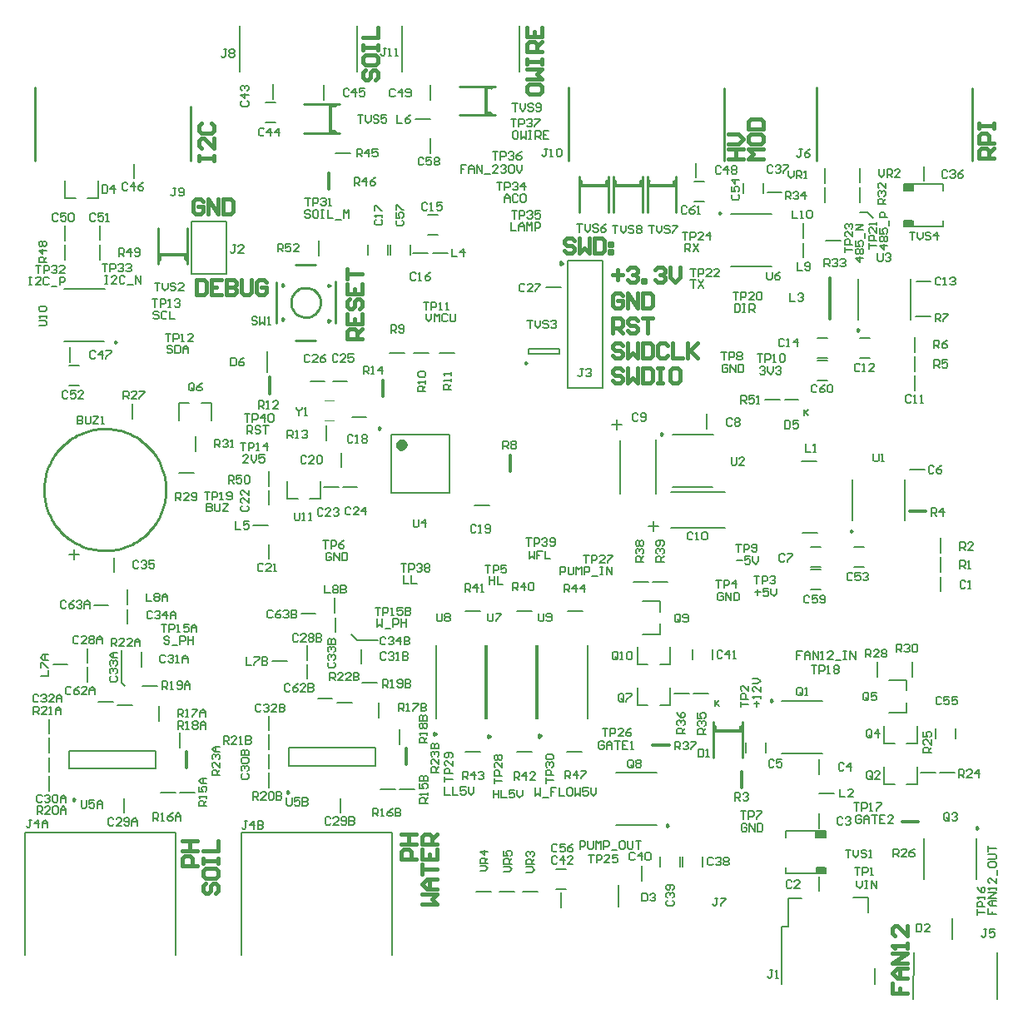
<source format=gto>
G04*
G04 #@! TF.GenerationSoftware,Altium Limited,Altium Designer,19.0.10 (269)*
G04*
G04 Layer_Color=65535*
%FSLAX25Y25*%
%MOIN*%
G70*
G01*
G75*
%ADD10C,0.01181*%
%ADD11C,0.00984*%
%ADD12C,0.02362*%
%ADD13C,0.01000*%
%ADD14C,0.00787*%
%ADD15C,0.00709*%
%ADD16C,0.00709*%
%ADD17C,0.00394*%
%ADD18C,0.01500*%
%ADD19C,0.00591*%
%ADD20R,0.01300X0.02300*%
%ADD21R,0.01200X0.02200*%
%ADD22R,0.02300X0.01300*%
%ADD23R,0.02200X0.01200*%
%ADD24R,0.03700X0.02900*%
D10*
X217795Y295357D02*
X217053Y295785D01*
Y294928D01*
X217795Y295357D01*
X209195Y106172D02*
X208453Y106601D01*
Y105744D01*
X209195Y106172D01*
X188895Y106000D02*
X188153Y106429D01*
Y105571D01*
X188895Y106000D01*
X167270Y106881D02*
X166528Y107309D01*
Y106452D01*
X167270Y106881D01*
X353740Y71777D02*
X360140D01*
X356721Y196223D02*
X363121D01*
X324868Y273123D02*
Y289623D01*
X278840Y108297D02*
X288940D01*
X252321Y326664D02*
X262421D01*
X238740D02*
X248840D01*
X225159D02*
X235259D01*
X187021Y355638D02*
Y365738D01*
X124645Y348376D02*
Y358476D01*
X124045Y325292D02*
Y331693D01*
X253935Y102559D02*
X260335D01*
X289440Y85634D02*
Y92034D01*
X196640Y212273D02*
Y218673D01*
X100440Y243414D02*
Y249815D01*
X145721Y242190D02*
Y248590D01*
X67060Y93654D02*
Y100054D01*
X155016Y94854D02*
Y101254D01*
X56563Y298973D02*
X66663D01*
D11*
X384213Y69425D02*
X383475Y69851D01*
Y68999D01*
X384213Y69425D01*
X333832Y188242D02*
X333094Y188668D01*
Y187816D01*
X333832Y188242D01*
X336361Y268799D02*
X335622Y269225D01*
Y268373D01*
X336361Y268799D01*
X257851Y227173D02*
X257113Y227599D01*
Y226747D01*
X257851Y227173D01*
X144828Y229448D02*
X144090Y229875D01*
Y229022D01*
X144828Y229448D01*
X39032Y263973D02*
X38294Y264399D01*
Y263547D01*
X39032Y263973D01*
X260208Y70378D02*
X259470Y70804D01*
Y69951D01*
X260208Y70378D01*
X301735Y120426D02*
X300997Y120852D01*
Y120000D01*
X301735Y120426D01*
X203547Y255613D02*
X202809Y256040D01*
Y255187D01*
X203547Y255613D01*
X22492Y80788D02*
X21754Y81214D01*
Y80362D01*
X22492Y80788D01*
X108035Y83700D02*
X107296Y84126D01*
Y83274D01*
X108035Y83700D01*
X281266Y315628D02*
X280527Y316055D01*
Y315202D01*
X281266Y315628D01*
D12*
X154376Y222854D02*
X153931Y223777D01*
X152932Y224005D01*
X152130Y223366D01*
Y222341D01*
X152932Y221702D01*
X153931Y221931D01*
X154376Y222854D01*
D13*
X106157Y286762D02*
X105407Y287195D01*
Y286329D01*
X106157Y286762D01*
Y273127D02*
X105407Y273559D01*
Y272693D01*
X106157Y273127D01*
X120751Y279856D02*
X120666Y280854D01*
X120414Y281824D01*
X120001Y282736D01*
X119440Y283566D01*
X118747Y284289D01*
X117942Y284885D01*
X117048Y285336D01*
X116090Y285629D01*
X115096Y285756D01*
X114096Y285714D01*
X113116Y285503D01*
X112187Y285129D01*
X111334Y284604D01*
X110582Y283943D01*
X109953Y283163D01*
X109464Y282289D01*
X109131Y281344D01*
X108961Y280357D01*
Y279355D01*
X109131Y278368D01*
X109464Y277424D01*
X109953Y276549D01*
X110582Y275770D01*
X111334Y275108D01*
X112187Y274583D01*
X113116Y274210D01*
X114096Y273999D01*
X115096Y273956D01*
X116090Y274083D01*
X117048Y274377D01*
X117942Y274828D01*
X118747Y275423D01*
X119440Y276146D01*
X120001Y276976D01*
X120414Y277889D01*
X120666Y278858D01*
X120751Y279856D01*
X124657Y286565D02*
X123907Y286998D01*
Y286132D01*
X124657Y286565D01*
Y272536D02*
X123907Y272969D01*
Y272103D01*
X124657Y272536D01*
X58887Y204899D02*
X58866Y205901D01*
X58804Y206902D01*
X58702Y207899D01*
X58558Y208891D01*
X58374Y209876D01*
X58149Y210853D01*
X57885Y211820D01*
X57581Y212775D01*
X57238Y213717D01*
X56857Y214644D01*
X56438Y215555D01*
X55982Y216447D01*
X55490Y217320D01*
X54962Y218173D01*
X54400Y219002D01*
X53804Y219808D01*
X53176Y220589D01*
X52516Y221344D01*
X51826Y222071D01*
X51106Y222768D01*
X50358Y223436D01*
X49584Y224072D01*
X48784Y224676D01*
X47960Y225247D01*
X47113Y225783D01*
X46245Y226285D01*
X45357Y226750D01*
X44451Y227178D01*
X43528Y227569D01*
X42590Y227921D01*
X41638Y228235D01*
X40674Y228509D01*
X39699Y228744D01*
X38716Y228938D01*
X37725Y229092D01*
X36729Y229205D01*
X35730Y229276D01*
X34728Y229307D01*
X33726Y229297D01*
X32724Y229246D01*
X31726Y229153D01*
X30733Y229020D01*
X29746Y228846D01*
X28767Y228631D01*
X27797Y228377D01*
X26839Y228083D01*
X25894Y227750D01*
X24963Y227378D01*
X24048Y226968D01*
X23151Y226522D01*
X22272Y226038D01*
X21415Y225519D01*
X20579Y224966D01*
X19767Y224378D01*
X18980Y223758D01*
X18219Y223106D01*
X17485Y222423D01*
X16780Y221711D01*
X16104Y220970D01*
X15460Y220202D01*
X14848Y219408D01*
X14269Y218590D01*
X13724Y217749D01*
X13214Y216886D01*
X12740Y216003D01*
X12302Y215101D01*
X11902Y214182D01*
X11540Y213248D01*
X11216Y212299D01*
X10932Y211338D01*
X10688Y210366D01*
X10483Y209384D01*
X10319Y208396D01*
X10196Y207401D01*
X10114Y206402D01*
X10073Y205400D01*
X10073Y204398D01*
X10114Y203397D01*
X10196Y202398D01*
X10319Y201403D01*
X10483Y200414D01*
X10688Y199433D01*
X10932Y198461D01*
X11216Y197500D01*
X11540Y196551D01*
X11902Y195616D01*
X12302Y194697D01*
X12740Y193795D01*
X13214Y192912D01*
X13724Y192049D01*
X14269Y191208D01*
X14848Y190390D01*
X15460Y189596D01*
X16104Y188829D01*
X16780Y188088D01*
X17485Y187375D01*
X18219Y186693D01*
X18980Y186040D01*
X19767Y185420D01*
X20579Y184833D01*
X21415Y184279D01*
X22272Y183760D01*
X23151Y183277D01*
X24048Y182830D01*
X24963Y182421D01*
X25894Y182049D01*
X26839Y181716D01*
X27797Y181422D01*
X28767Y181167D01*
X29746Y180953D01*
X30733Y180779D01*
X31726Y180645D01*
X32724Y180553D01*
X33725Y180501D01*
X34728Y180491D01*
X35730Y180522D01*
X36729Y180594D01*
X37725Y180707D01*
X38716Y180861D01*
X39699Y181055D01*
X40674Y181289D01*
X41638Y181564D01*
X42590Y181877D01*
X43528Y182230D01*
X44451Y182621D01*
X45357Y183049D01*
X46245Y183514D01*
X47113Y184015D01*
X47960Y184551D01*
X48784Y185122D01*
X49584Y185726D01*
X50358Y186363D01*
X51106Y187030D01*
X51825Y187728D01*
X52516Y188455D01*
X53176Y189209D01*
X53804Y189990D01*
X54400Y190796D01*
X54962Y191626D01*
X55490Y192478D01*
X55982Y193351D01*
X56438Y194244D01*
X56857Y195154D01*
X57238Y196081D01*
X57581Y197023D01*
X57885Y197978D01*
X58149Y198945D01*
X58374Y199922D01*
X58558Y200907D01*
X58702Y201899D01*
X58804Y202896D01*
X58866Y203897D01*
X58887Y204899D01*
X6500Y336540D02*
Y365871D01*
X68803Y336540D02*
Y358400D01*
X282347Y336540D02*
Y365576D01*
X220044Y336540D02*
Y365871D01*
X319414Y336540D02*
Y365871D01*
X381717Y336540D02*
Y365576D01*
X289740Y97697D02*
Y111996D01*
X288940Y110397D02*
X289740D01*
X288940Y108196D02*
X289740D01*
X278140Y108297D02*
X278840D01*
X278140Y110397D02*
X278840D01*
X278140Y97697D02*
Y111996D01*
X263221Y316064D02*
Y330364D01*
X262421Y328764D02*
X263221D01*
X262421Y326564D02*
X263221D01*
X251621Y326664D02*
X252321D01*
X251621Y328764D02*
X252321D01*
X251621Y316064D02*
Y330364D01*
X249640Y316064D02*
Y330364D01*
X248840Y328764D02*
X249640D01*
X248840Y326564D02*
X249640D01*
X238040Y326664D02*
X238740D01*
X238040Y328764D02*
X238740D01*
X238040Y316064D02*
Y330364D01*
X236059Y316064D02*
Y330364D01*
X235259Y328764D02*
X236059D01*
X235259Y326564D02*
X236059D01*
X224459Y326664D02*
X225159D01*
X224459Y328764D02*
X225159D01*
X224459Y316064D02*
Y330364D01*
X126657Y271604D02*
Y288337D01*
X102957Y271604D02*
X102987Y288041D01*
X110665Y295029D02*
X118932D01*
X110665Y264715D02*
X118932D01*
X176421Y354838D02*
X190721D01*
X189121D02*
Y355638D01*
X186921Y354838D02*
Y355638D01*
X187021Y365738D02*
Y366438D01*
X189121Y365738D02*
Y366438D01*
X176421D02*
X190721D01*
X114045Y347576D02*
X128345D01*
X126745D02*
Y348376D01*
X124545Y347576D02*
Y348376D01*
X124645Y358476D02*
Y359176D01*
X126745Y358476D02*
Y359176D01*
X114045D02*
X128345D01*
X67363Y295273D02*
Y309573D01*
X66663Y296873D02*
X67363D01*
X66663Y298973D02*
X67363D01*
X55763Y299073D02*
X56563D01*
X55763Y296873D02*
X56563D01*
X55763Y295273D02*
Y309573D01*
D14*
X339875Y316000D02*
X342186Y313688D01*
X336760Y316000D02*
X339875D01*
X305383Y29842D02*
X308139D01*
Y41357D01*
X313552D01*
X305383Y6909D02*
Y29842D01*
X340028Y35550D02*
Y41554D01*
X342686Y6909D02*
Y13405D01*
X334123Y41554D02*
X340028D01*
X391703Y19507D02*
X391800Y1101D01*
X358237D02*
X358336Y19605D01*
X120216Y298718D02*
Y304718D01*
X153310Y372170D02*
X153311Y390772D01*
X200554Y372170D02*
X200555Y390772D01*
X135593Y372170D02*
X135594Y390772D01*
X88349Y372170D02*
X88350Y390772D01*
X252167Y190206D02*
X256113D01*
X254140Y188233D02*
Y192179D01*
X239500Y228995D02*
Y232941D01*
X237527Y230968D02*
X241473D01*
X362421Y48875D02*
Y65175D01*
X383421Y48825D02*
Y65125D01*
X368737Y91677D02*
X374737D01*
X361069Y91691D02*
X367069D01*
X343760Y130068D02*
Y136068D01*
X373821Y24904D02*
Y33404D01*
X333640Y192542D02*
Y208842D01*
X354640Y192492D02*
Y208792D01*
X368989Y179613D02*
Y185613D01*
X368976Y171946D02*
Y177946D01*
X336168Y273099D02*
Y289399D01*
X357168Y273049D02*
Y289349D01*
X359202Y274123D02*
X365202D01*
X358806Y260095D02*
Y266095D01*
X358793Y252427D02*
Y258427D01*
X298695Y240912D02*
X304695D01*
X306610Y240855D02*
X312010D01*
X261659Y226873D02*
X277959D01*
X261609Y205873D02*
X277909D01*
X313459Y216223D02*
X319459D01*
X313659Y187623D02*
X319659D01*
X253844Y167788D02*
X259844D01*
X246082D02*
X252082D01*
X288940Y108196D02*
Y108297D01*
X270012Y123288D02*
X276012D01*
X262344Y123301D02*
X268344D01*
X219693Y156270D02*
X225693D01*
X199293D02*
X205293D01*
X178907D02*
X184907D01*
X149258Y203562D02*
Y226791D01*
X172486Y203562D02*
Y226791D01*
X149258D02*
X172486D01*
X149258Y203562D02*
X172486D01*
X262421Y326564D02*
Y326664D01*
X248840Y326564D02*
Y326664D01*
X235259Y326564D02*
Y326664D01*
X32559Y297096D02*
Y303096D01*
X18499Y297002D02*
Y303002D01*
X17940Y264273D02*
X34240D01*
X17990Y285273D02*
X34290D01*
X186921Y355638D02*
X187021D01*
X158802Y353373D02*
X164702D01*
X124545Y348376D02*
X124645D01*
X126798Y339598D02*
X132798D01*
X99340Y251777D02*
Y260277D01*
X178907Y99830D02*
X184907D01*
X199293D02*
X205293D01*
X219595D02*
X225594D01*
X239116Y70678D02*
X255416D01*
X239166Y91678D02*
X255466D01*
X305543Y120126D02*
X321843D01*
X305493Y99126D02*
X321793D01*
X320457Y83188D02*
X326357D01*
X240254Y37973D02*
Y46473D01*
X201740Y43940D02*
X207640D01*
X192478D02*
X198378D01*
X183059D02*
X188959D01*
X133154Y146800D02*
X135406Y144548D01*
X143713D01*
X99963Y206142D02*
Y212142D01*
X41200Y127634D02*
X42600Y126234D01*
X41200Y127634D02*
Y140600D01*
X89201Y18636D02*
Y67455D01*
X149438D01*
Y18636D02*
Y67455D01*
X62824Y18636D02*
Y67455D01*
X2587D02*
X62824D01*
X2587Y18636D02*
Y67455D01*
X43554Y158935D02*
Y164835D01*
X204138Y261322D02*
X216342D01*
X204138Y259353D02*
X216342D01*
Y261322D01*
X204138Y259353D02*
Y261322D01*
X54895Y93230D02*
Y100317D01*
X20249Y93230D02*
Y100317D01*
X54895D01*
X20249Y93230D02*
X54895D01*
X142850Y94430D02*
Y101516D01*
X108205Y94430D02*
Y101516D01*
X142850D01*
X108205Y94430D02*
X142850D01*
X285023Y294328D02*
X301324D01*
X285073Y315328D02*
X301374D01*
X322672Y327773D02*
Y333673D01*
X336634Y327873D02*
Y333773D01*
X148303Y259589D02*
X154303D01*
X158265D02*
X164265D01*
X168587Y259589D02*
X174587D01*
X123072Y224744D02*
Y230744D01*
X45584Y233226D02*
Y239226D01*
X64105Y211630D02*
X70105D01*
X70640Y220126D02*
Y226126D01*
X336677Y320058D02*
Y326058D01*
X323206Y304630D02*
X329206D01*
X322615Y320058D02*
Y326058D01*
X64569Y83749D02*
X70569D01*
X56713Y83736D02*
X62713D01*
X56115Y112371D02*
Y118371D01*
X64416Y101769D02*
Y107769D01*
X49524Y126305D02*
X55524D01*
X12230Y84277D02*
Y90277D01*
X12217Y99696D02*
Y105696D01*
X39587Y118575D02*
X45587D01*
X152525Y84949D02*
X158525D01*
X144668Y84935D02*
X150668D01*
X144071Y113571D02*
Y119571D01*
X152372Y102969D02*
Y108969D01*
X137480Y127505D02*
X143480D01*
X100186Y85477D02*
Y91477D01*
X100172Y100896D02*
Y106896D01*
X127543Y119775D02*
X133543D01*
X357835Y129973D02*
Y135973D01*
X93806Y190665D02*
X99706D01*
X313941Y297875D02*
Y303775D01*
Y305637D02*
Y311537D01*
X165733Y299573D02*
X171633D01*
X13611Y135011D02*
X19511D01*
X101567Y136211D02*
X107467D01*
X126597Y155673D02*
Y161573D01*
X56563Y298973D02*
Y299073D01*
X219760Y296580D02*
X233760D01*
X219760Y245580D02*
X233760D01*
Y296580D01*
X219760Y245580D02*
Y296580D01*
X69041Y312173D02*
X83041D01*
Y291173D02*
Y312173D01*
X69041Y291173D02*
Y312173D01*
Y291173D02*
X83041D01*
X90417Y235149D02*
X92516D01*
X91466D01*
Y232000D01*
X93565D02*
Y235149D01*
X95140D01*
X95665Y234624D01*
Y233574D01*
X95140Y233050D01*
X93565D01*
X98288Y232000D02*
Y235149D01*
X96714Y233574D01*
X98813D01*
X99863Y234624D02*
X100387Y235149D01*
X101437D01*
X101962Y234624D01*
Y232525D01*
X101437Y232000D01*
X100387D01*
X99863Y232525D01*
Y234624D01*
X203188Y185449D02*
X205287D01*
X204237D01*
Y182300D01*
X206336D02*
Y185449D01*
X207911D01*
X208436Y184924D01*
Y183874D01*
X207911Y183350D01*
X206336D01*
X209485Y184924D02*
X210010Y185449D01*
X211059D01*
X211584Y184924D01*
Y184399D01*
X211059Y183874D01*
X210535D01*
X211059D01*
X211584Y183350D01*
Y182825D01*
X211059Y182300D01*
X210010D01*
X209485Y182825D01*
X212634D02*
X213158Y182300D01*
X214208D01*
X214733Y182825D01*
Y184924D01*
X214208Y185449D01*
X213158D01*
X212634Y184924D01*
Y184399D01*
X213158Y183874D01*
X214733D01*
X153053Y175148D02*
X155152D01*
X154103D01*
Y171999D01*
X156202D02*
Y175148D01*
X157776D01*
X158301Y174623D01*
Y173574D01*
X157776Y173049D01*
X156202D01*
X159350Y174623D02*
X159875Y175148D01*
X160925D01*
X161449Y174623D01*
Y174098D01*
X160925Y173574D01*
X160400D01*
X160925D01*
X161449Y173049D01*
Y172524D01*
X160925Y171999D01*
X159875D01*
X159350Y172524D01*
X162499Y174623D02*
X163024Y175148D01*
X164073D01*
X164598Y174623D01*
Y174098D01*
X164073Y173574D01*
X164598Y173049D01*
Y172524D01*
X164073Y171999D01*
X163024D01*
X162499Y172524D01*
Y173049D01*
X163024Y173574D01*
X162499Y174098D01*
Y174623D01*
X163024Y173574D02*
X164073D01*
X186800Y174649D02*
X188899D01*
X187849D01*
Y171500D01*
X189949D02*
Y174649D01*
X191523D01*
X192048Y174124D01*
Y173074D01*
X191523Y172549D01*
X189949D01*
X195196Y174649D02*
X193097D01*
Y173074D01*
X194147Y173599D01*
X194671D01*
X195196Y173074D01*
Y172025D01*
X194671Y171500D01*
X193622D01*
X193097Y172025D01*
X51100Y163409D02*
Y160261D01*
X53199D01*
X54249Y162884D02*
X54773Y163409D01*
X55823D01*
X56348Y162884D01*
Y162360D01*
X55823Y161835D01*
X56348Y161310D01*
Y160785D01*
X55823Y160261D01*
X54773D01*
X54249Y160785D01*
Y161310D01*
X54773Y161835D01*
X54249Y162360D01*
Y162884D01*
X54773Y161835D02*
X55823D01*
X57397Y160261D02*
Y162360D01*
X58447Y163409D01*
X59496Y162360D01*
Y160261D01*
Y161835D01*
X57397D01*
X101699Y156124D02*
X101174Y156649D01*
X100125D01*
X99600Y156124D01*
Y154025D01*
X100125Y153500D01*
X101174D01*
X101699Y154025D01*
X104848Y156649D02*
X103798Y156124D01*
X102749Y155074D01*
Y154025D01*
X103273Y153500D01*
X104323D01*
X104848Y154025D01*
Y154550D01*
X104323Y155074D01*
X102749D01*
X105897Y156124D02*
X106422Y156649D01*
X107472D01*
X107996Y156124D01*
Y155599D01*
X107472Y155074D01*
X106947D01*
X107472D01*
X107996Y154550D01*
Y154025D01*
X107472Y153500D01*
X106422D01*
X105897Y154025D01*
X109046Y156649D02*
Y153500D01*
X110620D01*
X111145Y154025D01*
Y154550D01*
X110620Y155074D01*
X109046D01*
X110620D01*
X111145Y155599D01*
Y156124D01*
X110620Y156649D01*
X109046D01*
X18899Y159975D02*
X18374Y160500D01*
X17325D01*
X16800Y159975D01*
Y157876D01*
X17325Y157351D01*
X18374D01*
X18899Y157876D01*
X22048Y160500D02*
X20998Y159975D01*
X19949Y158925D01*
Y157876D01*
X20473Y157351D01*
X21523D01*
X22048Y157876D01*
Y158401D01*
X21523Y158925D01*
X19949D01*
X23097Y159975D02*
X23622Y160500D01*
X24672D01*
X25196Y159975D01*
Y159450D01*
X24672Y158925D01*
X24147D01*
X24672D01*
X25196Y158401D01*
Y157876D01*
X24672Y157351D01*
X23622D01*
X23097Y157876D01*
X26246Y157351D02*
Y159450D01*
X27295Y160500D01*
X28345Y159450D01*
Y157351D01*
Y158925D01*
X26246D01*
X108562Y126724D02*
X108037Y127249D01*
X106988D01*
X106463Y126724D01*
Y124625D01*
X106988Y124100D01*
X108037D01*
X108562Y124625D01*
X111711Y127249D02*
X110661Y126724D01*
X109612Y125674D01*
Y124625D01*
X110136Y124100D01*
X111186D01*
X111711Y124625D01*
Y125150D01*
X111186Y125674D01*
X109612D01*
X114859Y124100D02*
X112760D01*
X114859Y126199D01*
Y126724D01*
X114334Y127249D01*
X113285D01*
X112760Y126724D01*
X115909Y127249D02*
Y124100D01*
X117483D01*
X118008Y124625D01*
Y125150D01*
X117483Y125674D01*
X115909D01*
X117483D01*
X118008Y126199D01*
Y126724D01*
X117483Y127249D01*
X115909D01*
X20899Y125524D02*
X20374Y126049D01*
X19325D01*
X18800Y125524D01*
Y123425D01*
X19325Y122900D01*
X20374D01*
X20899Y123425D01*
X24048Y126049D02*
X22998Y125524D01*
X21949Y124474D01*
Y123425D01*
X22473Y122900D01*
X23523D01*
X24048Y123425D01*
Y123950D01*
X23523Y124474D01*
X21949D01*
X27196Y122900D02*
X25097D01*
X27196Y124999D01*
Y125524D01*
X26671Y126049D01*
X25622D01*
X25097Y125524D01*
X28246Y122900D02*
Y124999D01*
X29295Y126049D01*
X30345Y124999D01*
Y122900D01*
Y124474D01*
X28246D01*
X111816Y146640D02*
X111292Y147165D01*
X110242D01*
X109717Y146640D01*
Y144541D01*
X110242Y144016D01*
X111292D01*
X111816Y144541D01*
X114965Y144016D02*
X112866D01*
X114965Y146115D01*
Y146640D01*
X114440Y147165D01*
X113391D01*
X112866Y146640D01*
X116015D02*
X116539Y147165D01*
X117589D01*
X118114Y146640D01*
Y146115D01*
X117589Y145590D01*
X118114Y145066D01*
Y144541D01*
X117589Y144016D01*
X116539D01*
X116015Y144541D01*
Y145066D01*
X116539Y145590D01*
X116015Y146115D01*
Y146640D01*
X116539Y145590D02*
X117589D01*
X119163Y147165D02*
Y144016D01*
X120737D01*
X121262Y144541D01*
Y145066D01*
X120737Y145590D01*
X119163D01*
X120737D01*
X121262Y146115D01*
Y146640D01*
X120737Y147165D01*
X119163D01*
X23899Y145831D02*
X23374Y146355D01*
X22325D01*
X21800Y145831D01*
Y143731D01*
X22325Y143207D01*
X23374D01*
X23899Y143731D01*
X27048Y143207D02*
X24949D01*
X27048Y145306D01*
Y145831D01*
X26523Y146355D01*
X25473D01*
X24949Y145831D01*
X28097D02*
X28622Y146355D01*
X29671D01*
X30196Y145831D01*
Y145306D01*
X29671Y144781D01*
X30196Y144256D01*
Y143731D01*
X29671Y143207D01*
X28622D01*
X28097Y143731D01*
Y144256D01*
X28622Y144781D01*
X28097Y145306D01*
Y145831D01*
X28622Y144781D02*
X29671D01*
X31246Y143207D02*
Y145306D01*
X32295Y146355D01*
X33345Y145306D01*
Y143207D01*
Y144781D01*
X31246D01*
X372573Y72925D02*
Y75024D01*
X372048Y75549D01*
X370999D01*
X370474Y75024D01*
Y72925D01*
X370999Y72400D01*
X372048D01*
X371523Y73449D02*
X372573Y72400D01*
X372048D02*
X372573Y72925D01*
X373623Y75024D02*
X374147Y75549D01*
X375197D01*
X375722Y75024D01*
Y74499D01*
X375197Y73974D01*
X374672D01*
X375197D01*
X375722Y73449D01*
Y72925D01*
X375197Y72400D01*
X374147D01*
X373623Y72925D01*
X103687Y300190D02*
Y303339D01*
X105261D01*
X105786Y302814D01*
Y301764D01*
X105261Y301240D01*
X103687D01*
X104736D02*
X105786Y300190D01*
X108934Y303339D02*
X106835D01*
Y301764D01*
X107885Y302289D01*
X108410D01*
X108934Y301764D01*
Y300715D01*
X108410Y300190D01*
X107360D01*
X106835Y300715D01*
X112083Y300190D02*
X109984D01*
X112083Y302289D01*
Y302814D01*
X111558Y303339D01*
X110509D01*
X109984Y302814D01*
X84900Y257679D02*
Y254530D01*
X86474D01*
X86999Y255055D01*
Y257154D01*
X86474Y257679D01*
X84900D01*
X90148D02*
X89098Y257154D01*
X88049Y256104D01*
Y255055D01*
X88573Y254530D01*
X89623D01*
X90148Y255055D01*
Y255579D01*
X89623Y256104D01*
X88049D01*
X95456Y273624D02*
X94931Y274149D01*
X93882D01*
X93357Y273624D01*
Y273099D01*
X93882Y272574D01*
X94931D01*
X95456Y272049D01*
Y271525D01*
X94931Y271000D01*
X93882D01*
X93357Y271525D01*
X96506Y274149D02*
Y271000D01*
X97555Y272049D01*
X98605Y271000D01*
Y274149D01*
X99654Y271000D02*
X100704D01*
X100179D01*
Y274149D01*
X99654Y273624D01*
X267499Y318056D02*
X266974Y318580D01*
X265925D01*
X265400Y318056D01*
Y315956D01*
X265925Y315432D01*
X266974D01*
X267499Y315956D01*
X270648Y318580D02*
X269598Y318056D01*
X268549Y317006D01*
Y315956D01*
X269073Y315432D01*
X270123D01*
X270648Y315956D01*
Y316481D01*
X270123Y317006D01*
X268549D01*
X271697Y315432D02*
X272747D01*
X272222D01*
Y318580D01*
X271697Y318056D01*
X319599Y246406D02*
X319074Y246930D01*
X318025D01*
X317500Y246406D01*
Y244306D01*
X318025Y243782D01*
X319074D01*
X319599Y244306D01*
X322748Y246930D02*
X321698Y246406D01*
X320649Y245356D01*
Y244306D01*
X321173Y243782D01*
X322223D01*
X322748Y244306D01*
Y244831D01*
X322223Y245356D01*
X320649D01*
X323797Y246406D02*
X324322Y246930D01*
X325372D01*
X325896Y246406D01*
Y244306D01*
X325372Y243782D01*
X324322D01*
X323797Y244306D01*
Y246406D01*
X316585Y162108D02*
X316060Y162633D01*
X315010D01*
X314486Y162108D01*
Y160009D01*
X315010Y159484D01*
X316060D01*
X316585Y160009D01*
X319733Y162633D02*
X317634D01*
Y161058D01*
X318684Y161583D01*
X319209D01*
X319733Y161058D01*
Y160009D01*
X319209Y159484D01*
X318159D01*
X317634Y160009D01*
X320783D02*
X321308Y159484D01*
X322357D01*
X322882Y160009D01*
Y162108D01*
X322357Y162633D01*
X321308D01*
X320783Y162108D01*
Y161583D01*
X321308Y161058D01*
X322882D01*
X289200Y239415D02*
Y242564D01*
X290774D01*
X291299Y242039D01*
Y240989D01*
X290774Y240464D01*
X289200D01*
X290249D02*
X291299Y239415D01*
X294448Y242564D02*
X292349D01*
Y240989D01*
X293398Y241514D01*
X293923D01*
X294448Y240989D01*
Y239940D01*
X293923Y239415D01*
X292873D01*
X292349Y239940D01*
X295497Y239415D02*
X296547D01*
X296022D01*
Y242564D01*
X295497Y242039D01*
X306800Y232549D02*
Y229400D01*
X308374D01*
X308899Y229925D01*
Y232024D01*
X308374Y232549D01*
X306800D01*
X312048D02*
X309949D01*
Y230974D01*
X310998Y231499D01*
X311523D01*
X312048Y230974D01*
Y229925D01*
X311523Y229400D01*
X310473D01*
X309949Y229925D01*
X151476Y312726D02*
X150951Y312202D01*
Y311152D01*
X151476Y310627D01*
X153575D01*
X154100Y311152D01*
Y312202D01*
X153575Y312726D01*
X150951Y315875D02*
Y313776D01*
X152526D01*
X152001Y314826D01*
Y315350D01*
X152526Y315875D01*
X153575D01*
X154100Y315350D01*
Y314301D01*
X153575Y313776D01*
X150951Y316925D02*
Y319024D01*
X151476D01*
X153575Y316925D01*
X154100D01*
X369408Y121461D02*
X368883Y121986D01*
X367833D01*
X367309Y121461D01*
Y119362D01*
X367833Y118837D01*
X368883D01*
X369408Y119362D01*
X372556Y121986D02*
X370457D01*
Y120411D01*
X371507Y120936D01*
X372032D01*
X372556Y120411D01*
Y119362D01*
X372032Y118837D01*
X370982D01*
X370457Y119362D01*
X375705Y121986D02*
X373606D01*
Y120411D01*
X374656Y120936D01*
X375180D01*
X375705Y120411D01*
Y119362D01*
X375180Y118837D01*
X374131D01*
X373606Y119362D01*
X285876Y323099D02*
X285351Y322574D01*
Y321525D01*
X285876Y321000D01*
X287975D01*
X288500Y321525D01*
Y322574D01*
X287975Y323099D01*
X285351Y326248D02*
Y324149D01*
X286926D01*
X286401Y325198D01*
Y325723D01*
X286926Y326248D01*
X287975D01*
X288500Y325723D01*
Y324673D01*
X287975Y324149D01*
X288500Y328871D02*
X285351D01*
X286926Y327297D01*
Y329396D01*
X371816Y332397D02*
X371291Y332922D01*
X370242D01*
X369717Y332397D01*
Y330298D01*
X370242Y329773D01*
X371291D01*
X371816Y330298D01*
X372866Y332397D02*
X373390Y332922D01*
X374440D01*
X374965Y332397D01*
Y331872D01*
X374440Y331347D01*
X373915D01*
X374440D01*
X374965Y330823D01*
Y330298D01*
X374440Y329773D01*
X373390D01*
X372866Y330298D01*
X378113Y332922D02*
X377064Y332397D01*
X376014Y331347D01*
Y330298D01*
X376539Y329773D01*
X377589D01*
X378113Y330298D01*
Y330823D01*
X377589Y331347D01*
X376014D01*
X151500Y354922D02*
Y351773D01*
X153599D01*
X156748Y354922D02*
X155698Y354397D01*
X154649Y353347D01*
Y352298D01*
X155173Y351773D01*
X156223D01*
X156748Y352298D01*
Y352823D01*
X156223Y353347D01*
X154649D01*
X162078Y337424D02*
X161553Y337949D01*
X160504D01*
X159979Y337424D01*
Y335325D01*
X160504Y334800D01*
X161553D01*
X162078Y335325D01*
X165226Y337949D02*
X163127D01*
Y336374D01*
X164177Y336899D01*
X164702D01*
X165226Y336374D01*
Y335325D01*
X164702Y334800D01*
X163652D01*
X163127Y335325D01*
X166276Y337424D02*
X166801Y337949D01*
X167850D01*
X168375Y337424D01*
Y336899D01*
X167850Y336374D01*
X168375Y335849D01*
Y335325D01*
X167850Y334800D01*
X166801D01*
X166276Y335325D01*
Y335849D01*
X166801Y336374D01*
X166276Y336899D01*
Y337424D01*
X166801Y336374D02*
X167850D01*
X313631Y341149D02*
X312582D01*
X313106D01*
Y338525D01*
X312582Y338000D01*
X312057D01*
X311532Y338525D01*
X316780Y341149D02*
X315730Y340624D01*
X314681Y339574D01*
Y338525D01*
X315205Y338000D01*
X316255D01*
X316780Y338525D01*
Y339050D01*
X316255Y339574D01*
X314681D01*
X387599Y28849D02*
X386549D01*
X387074D01*
Y26225D01*
X386549Y25700D01*
X386025D01*
X385500Y26225D01*
X390748Y28849D02*
X388649D01*
Y27274D01*
X389698Y27799D01*
X390223D01*
X390748Y27274D01*
Y26225D01*
X390223Y25700D01*
X389173D01*
X388649Y26225D01*
X83139Y381249D02*
X82090D01*
X82614D01*
Y378625D01*
X82090Y378100D01*
X81565D01*
X81040Y378625D01*
X84189Y380724D02*
X84714Y381249D01*
X85763D01*
X86288Y380724D01*
Y380199D01*
X85763Y379674D01*
X86288Y379150D01*
Y378625D01*
X85763Y378100D01*
X84714D01*
X84189Y378625D01*
Y379150D01*
X84714Y379674D01*
X84189Y380199D01*
Y380724D01*
X84714Y379674D02*
X85763D01*
X146999Y381749D02*
X145949D01*
X146474D01*
Y379125D01*
X145949Y378600D01*
X145425D01*
X144900Y379125D01*
X148049Y378600D02*
X149098D01*
X148573D01*
Y381749D01*
X148049Y381224D01*
X150672Y378600D02*
X151722D01*
X151197D01*
Y381749D01*
X150672Y381224D01*
X110400Y195737D02*
Y193113D01*
X110925Y192589D01*
X111974D01*
X112499Y193113D01*
Y195737D01*
X113549Y192589D02*
X114598D01*
X114073D01*
Y195737D01*
X113549Y195212D01*
X116172Y192589D02*
X117222D01*
X116697D01*
Y195737D01*
X116172Y195212D01*
X84000Y207400D02*
Y210549D01*
X85574D01*
X86099Y210024D01*
Y208974D01*
X85574Y208450D01*
X84000D01*
X85049D02*
X86099Y207400D01*
X89248Y210549D02*
X87149D01*
Y208974D01*
X88198Y209499D01*
X88723D01*
X89248Y208974D01*
Y207925D01*
X88723Y207400D01*
X87673D01*
X87149Y207925D01*
X90297Y210024D02*
X90822Y210549D01*
X91872D01*
X92396Y210024D01*
Y207925D01*
X91872Y207400D01*
X90822D01*
X90297Y207925D01*
Y210024D01*
X215599Y62524D02*
X215074Y63049D01*
X214025D01*
X213500Y62524D01*
Y60425D01*
X214025Y59900D01*
X215074D01*
X215599Y60425D01*
X218748Y63049D02*
X216649D01*
Y61474D01*
X217698Y61999D01*
X218223D01*
X218748Y61474D01*
Y60425D01*
X218223Y59900D01*
X217173D01*
X216649Y60425D01*
X221896Y63049D02*
X220847Y62524D01*
X219797Y61474D01*
Y60425D01*
X220322Y59900D01*
X221372D01*
X221896Y60425D01*
Y60949D01*
X221372Y61474D01*
X219797D01*
X333799Y171124D02*
X333274Y171649D01*
X332225D01*
X331700Y171124D01*
Y169025D01*
X332225Y168500D01*
X333274D01*
X333799Y169025D01*
X336948Y171649D02*
X334849D01*
Y170074D01*
X335898Y170599D01*
X336423D01*
X336948Y170074D01*
Y169025D01*
X336423Y168500D01*
X335373D01*
X334849Y169025D01*
X337997Y171124D02*
X338522Y171649D01*
X339571D01*
X340096Y171124D01*
Y170599D01*
X339571Y170074D01*
X339047D01*
X339571D01*
X340096Y169550D01*
Y169025D01*
X339571Y168500D01*
X338522D01*
X337997Y169025D01*
X19604Y244025D02*
X19080Y244550D01*
X18030D01*
X17505Y244025D01*
Y241927D01*
X18030Y241402D01*
X19080D01*
X19604Y241927D01*
X22753Y244550D02*
X20654D01*
Y242976D01*
X21703Y243501D01*
X22228D01*
X22753Y242976D01*
Y241927D01*
X22228Y241402D01*
X21179D01*
X20654Y241927D01*
X25901Y241402D02*
X23802D01*
X25901Y243501D01*
Y244025D01*
X25377Y244550D01*
X24327D01*
X23802Y244025D01*
X30699Y315024D02*
X30174Y315549D01*
X29125D01*
X28600Y315024D01*
Y312925D01*
X29125Y312400D01*
X30174D01*
X30699Y312925D01*
X33848Y315549D02*
X31749D01*
Y313974D01*
X32798Y314499D01*
X33323D01*
X33848Y313974D01*
Y312925D01*
X33323Y312400D01*
X32273D01*
X31749Y312925D01*
X34897Y312400D02*
X35947D01*
X35422D01*
Y315549D01*
X34897Y315024D01*
X15699D02*
X15174Y315549D01*
X14125D01*
X13600Y315024D01*
Y312925D01*
X14125Y312400D01*
X15174D01*
X15699Y312925D01*
X18848Y315549D02*
X16749D01*
Y313974D01*
X17798Y314499D01*
X18323D01*
X18848Y313974D01*
Y312925D01*
X18323Y312400D01*
X17273D01*
X16749Y312925D01*
X19897Y315024D02*
X20422Y315549D01*
X21472D01*
X21996Y315024D01*
Y312925D01*
X21472Y312400D01*
X20422D01*
X19897Y312925D01*
Y315024D01*
X194192Y51933D02*
X196291D01*
X197340Y52982D01*
X196291Y54032D01*
X194192D01*
X197340Y55081D02*
X194192D01*
Y56656D01*
X194716Y57180D01*
X195766D01*
X196291Y56656D01*
Y55081D01*
Y56131D02*
X197340Y57180D01*
X194192Y60329D02*
Y58230D01*
X195766D01*
X195241Y59279D01*
Y59804D01*
X195766Y60329D01*
X196815D01*
X197340Y59804D01*
Y58755D01*
X196815Y58230D01*
X184751Y52173D02*
X186851D01*
X187900Y53223D01*
X186851Y54272D01*
X184751D01*
X187900Y55322D02*
X184751D01*
Y56896D01*
X185276Y57421D01*
X186326D01*
X186851Y56896D01*
Y55322D01*
Y56371D02*
X187900Y57421D01*
Y60045D02*
X184751D01*
X186326Y58470D01*
Y60570D01*
X203219Y51700D02*
X205318D01*
X206367Y52750D01*
X205318Y53799D01*
X203219D01*
X206367Y54849D02*
X203219D01*
Y56423D01*
X203744Y56948D01*
X204793D01*
X205318Y56423D01*
Y54849D01*
Y55898D02*
X206367Y56948D01*
X203744Y57997D02*
X203219Y58522D01*
Y59571D01*
X203744Y60096D01*
X204268D01*
X204793Y59571D01*
Y59047D01*
Y59571D01*
X205318Y60096D01*
X205842D01*
X206367Y59571D01*
Y58522D01*
X205842Y57997D01*
X7951Y270500D02*
X10575D01*
X11100Y271025D01*
Y272074D01*
X10575Y272599D01*
X7951D01*
X11100Y273649D02*
Y274698D01*
Y274173D01*
X7951D01*
X8476Y273649D01*
Y276272D02*
X7951Y276797D01*
Y277847D01*
X8476Y278372D01*
X10575D01*
X11100Y277847D01*
Y276797D01*
X10575Y276272D01*
X8476D01*
X208109Y155386D02*
Y152762D01*
X208633Y152237D01*
X209683D01*
X210208Y152762D01*
Y155386D01*
X211257Y152762D02*
X211782Y152237D01*
X212832D01*
X213356Y152762D01*
Y154861D01*
X212832Y155386D01*
X211782D01*
X211257Y154861D01*
Y154336D01*
X211782Y153811D01*
X213356D01*
X167409Y155386D02*
Y152762D01*
X167933Y152237D01*
X168983D01*
X169508Y152762D01*
Y155386D01*
X170557Y154861D02*
X171082Y155386D01*
X172132D01*
X172656Y154861D01*
Y154336D01*
X172132Y153811D01*
X172656Y153287D01*
Y152762D01*
X172132Y152237D01*
X171082D01*
X170557Y152762D01*
Y153287D01*
X171082Y153811D01*
X170557Y154336D01*
Y154861D01*
X171082Y153811D02*
X172132D01*
X187809Y155386D02*
Y152762D01*
X188333Y152237D01*
X189383D01*
X189908Y152762D01*
Y155386D01*
X190957D02*
X193056D01*
Y154861D01*
X190957Y152762D01*
Y152237D01*
X343861Y299449D02*
Y296825D01*
X344385Y296300D01*
X345435D01*
X345959Y296825D01*
Y299449D01*
X347009Y298924D02*
X347534Y299449D01*
X348583D01*
X349108Y298924D01*
Y298399D01*
X348583Y297874D01*
X348059D01*
X348583D01*
X349108Y297350D01*
Y296825D01*
X348583Y296300D01*
X347534D01*
X347009Y296825D01*
X285358Y217892D02*
Y215268D01*
X285882Y214743D01*
X286932D01*
X287457Y215268D01*
Y217892D01*
X290605Y214743D02*
X288506D01*
X290605Y216842D01*
Y217367D01*
X290081Y217892D01*
X289031D01*
X288506Y217367D01*
X342228Y219349D02*
Y216725D01*
X342753Y216200D01*
X343803D01*
X344327Y216725D01*
Y219349D01*
X345377Y216200D02*
X346427D01*
X345902D01*
Y219349D01*
X345377Y218824D01*
X197562Y359549D02*
X199661D01*
X198611D01*
Y356400D01*
X200710Y359549D02*
Y357450D01*
X201760Y356400D01*
X202809Y357450D01*
Y359549D01*
X205958Y359024D02*
X205433Y359549D01*
X204384D01*
X203859Y359024D01*
Y358499D01*
X204384Y357974D01*
X205433D01*
X205958Y357450D01*
Y356925D01*
X205433Y356400D01*
X204384D01*
X203859Y356925D01*
X207007D02*
X207532Y356400D01*
X208582D01*
X209106Y356925D01*
Y359024D01*
X208582Y359549D01*
X207532D01*
X207007Y359024D01*
Y358499D01*
X207532Y357974D01*
X209106D01*
X237829Y310705D02*
X239928D01*
X238878D01*
Y307557D01*
X240978Y310705D02*
Y308606D01*
X242027Y307557D01*
X243077Y308606D01*
Y310705D01*
X246225Y310180D02*
X245700Y310705D01*
X244651D01*
X244126Y310180D01*
Y309656D01*
X244651Y309131D01*
X245700D01*
X246225Y308606D01*
Y308081D01*
X245700Y307557D01*
X244651D01*
X244126Y308081D01*
X247275Y310180D02*
X247799Y310705D01*
X248849D01*
X249374Y310180D01*
Y309656D01*
X248849Y309131D01*
X249374Y308606D01*
Y308081D01*
X248849Y307557D01*
X247799D01*
X247275Y308081D01*
Y308606D01*
X247799Y309131D01*
X247275Y309656D01*
Y310180D01*
X247799Y309131D02*
X248849D01*
X252229Y310705D02*
X254328D01*
X253278D01*
Y307557D01*
X255378Y310705D02*
Y308606D01*
X256427Y307557D01*
X257477Y308606D01*
Y310705D01*
X260625Y310180D02*
X260100Y310705D01*
X259051D01*
X258526Y310180D01*
Y309656D01*
X259051Y309131D01*
X260100D01*
X260625Y308606D01*
Y308081D01*
X260100Y307557D01*
X259051D01*
X258526Y308081D01*
X261675Y310705D02*
X263774D01*
Y310180D01*
X261675Y308081D01*
Y307557D01*
X223544Y311192D02*
X225643D01*
X224594D01*
Y308043D01*
X226693Y311192D02*
Y309093D01*
X227742Y308043D01*
X228792Y309093D01*
Y311192D01*
X231940Y310667D02*
X231416Y311192D01*
X230366D01*
X229841Y310667D01*
Y310142D01*
X230366Y309617D01*
X231416D01*
X231940Y309093D01*
Y308568D01*
X231416Y308043D01*
X230366D01*
X229841Y308568D01*
X235089Y311192D02*
X234039Y310667D01*
X232990Y309617D01*
Y308568D01*
X233515Y308043D01*
X234564D01*
X235089Y308568D01*
Y309093D01*
X234564Y309617D01*
X232990D01*
X135700Y354847D02*
X137799D01*
X136749D01*
Y351698D01*
X138849Y354847D02*
Y352748D01*
X139898Y351698D01*
X140948Y352748D01*
Y354847D01*
X144096Y354322D02*
X143571Y354847D01*
X142522D01*
X141997Y354322D01*
Y353798D01*
X142522Y353273D01*
X143571D01*
X144096Y352748D01*
Y352223D01*
X143571Y351698D01*
X142522D01*
X141997Y352223D01*
X147245Y354847D02*
X145146D01*
Y353273D01*
X146195Y353798D01*
X146720D01*
X147245Y353273D01*
Y352223D01*
X146720Y351698D01*
X145670D01*
X145146Y352223D01*
X330990Y60772D02*
X333089D01*
X332040D01*
Y57623D01*
X334139Y60772D02*
Y58673D01*
X335188Y57623D01*
X336238Y58673D01*
Y60772D01*
X339386Y60247D02*
X338862Y60772D01*
X337812D01*
X337287Y60247D01*
Y59722D01*
X337812Y59198D01*
X338862D01*
X339386Y58673D01*
Y58148D01*
X338862Y57623D01*
X337812D01*
X337287Y58148D01*
X340436Y57623D02*
X341486D01*
X340961D01*
Y60772D01*
X340436Y60247D01*
X197100Y353349D02*
X199199D01*
X198150D01*
Y350200D01*
X200249D02*
Y353349D01*
X201823D01*
X202348Y352824D01*
Y351774D01*
X201823Y351250D01*
X200249D01*
X203397Y352824D02*
X203922Y353349D01*
X204972D01*
X205496Y352824D01*
Y352299D01*
X204972Y351774D01*
X204447D01*
X204972D01*
X205496Y351250D01*
Y350725D01*
X204972Y350200D01*
X203922D01*
X203397Y350725D01*
X206546Y353349D02*
X208645D01*
Y352824D01*
X206546Y350725D01*
Y350200D01*
X189753Y340213D02*
X191852D01*
X190802D01*
Y337064D01*
X192901D02*
Y340213D01*
X194476D01*
X195000Y339688D01*
Y338639D01*
X194476Y338114D01*
X192901D01*
X196050Y339688D02*
X196575Y340213D01*
X197624D01*
X198149Y339688D01*
Y339163D01*
X197624Y338639D01*
X197099D01*
X197624D01*
X198149Y338114D01*
Y337589D01*
X197624Y337064D01*
X196575D01*
X196050Y337589D01*
X201298Y340213D02*
X200248Y339688D01*
X199198Y338639D01*
Y337589D01*
X199723Y337064D01*
X200773D01*
X201298Y337589D01*
Y338114D01*
X200773Y338639D01*
X199198D01*
X197300Y316549D02*
X199399D01*
X198349D01*
Y313400D01*
X200449D02*
Y316549D01*
X202023D01*
X202548Y316024D01*
Y314974D01*
X202023Y314450D01*
X200449D01*
X203597Y316024D02*
X204122Y316549D01*
X205171D01*
X205696Y316024D01*
Y315499D01*
X205171Y314974D01*
X204647D01*
X205171D01*
X205696Y314450D01*
Y313925D01*
X205171Y313400D01*
X204122D01*
X203597Y313925D01*
X208845Y316549D02*
X206746D01*
Y314974D01*
X207795Y315499D01*
X208320D01*
X208845Y314974D01*
Y313925D01*
X208320Y313400D01*
X207271D01*
X206746Y313925D01*
X191400Y327949D02*
X193499D01*
X192449D01*
Y324800D01*
X194549D02*
Y327949D01*
X196123D01*
X196648Y327424D01*
Y326374D01*
X196123Y325850D01*
X194549D01*
X197697Y327424D02*
X198222Y327949D01*
X199272D01*
X199796Y327424D01*
Y326899D01*
X199272Y326374D01*
X198747D01*
X199272D01*
X199796Y325850D01*
Y325325D01*
X199272Y324800D01*
X198222D01*
X197697Y325325D01*
X202420Y324800D02*
Y327949D01*
X200846Y326374D01*
X202945D01*
X33417Y295350D02*
X35516D01*
X34466D01*
Y292201D01*
X36565D02*
Y295350D01*
X38140D01*
X38664Y294825D01*
Y293776D01*
X38140Y293251D01*
X36565D01*
X39714Y294825D02*
X40238Y295350D01*
X41288D01*
X41813Y294825D01*
Y294300D01*
X41288Y293776D01*
X40763D01*
X41288D01*
X41813Y293251D01*
Y292726D01*
X41288Y292201D01*
X40238D01*
X39714Y292726D01*
X42862Y294825D02*
X43387Y295350D01*
X44437D01*
X44961Y294825D01*
Y294300D01*
X44437Y293776D01*
X43912D01*
X44437D01*
X44961Y293251D01*
Y292726D01*
X44437Y292201D01*
X43387D01*
X42862Y292726D01*
X6804Y294649D02*
X8903D01*
X7853D01*
Y291500D01*
X9953D02*
Y294649D01*
X11527D01*
X12052Y294124D01*
Y293074D01*
X11527Y292549D01*
X9953D01*
X13101Y294124D02*
X13626Y294649D01*
X14675D01*
X15200Y294124D01*
Y293599D01*
X14675Y293074D01*
X14151D01*
X14675D01*
X15200Y292549D01*
Y292025D01*
X14675Y291500D01*
X13626D01*
X13101Y292025D01*
X18349Y291500D02*
X16250D01*
X18349Y293599D01*
Y294124D01*
X17824Y294649D01*
X16774D01*
X16250Y294124D01*
X114569Y321749D02*
X116668D01*
X115619D01*
Y318600D01*
X117718D02*
Y321749D01*
X119292D01*
X119817Y321224D01*
Y320174D01*
X119292Y319650D01*
X117718D01*
X120866Y321224D02*
X121391Y321749D01*
X122441D01*
X122965Y321224D01*
Y320699D01*
X122441Y320174D01*
X121916D01*
X122441D01*
X122965Y319650D01*
Y319125D01*
X122441Y318600D01*
X121391D01*
X120866Y319125D01*
X124015Y318600D02*
X125064D01*
X124540D01*
Y321749D01*
X124015Y321224D01*
X210951Y87400D02*
Y89499D01*
Y88450D01*
X214100D01*
Y90549D02*
X210951D01*
Y92123D01*
X211476Y92648D01*
X212526D01*
X213051Y92123D01*
Y90549D01*
X211476Y93697D02*
X210951Y94222D01*
Y95271D01*
X211476Y95796D01*
X212001D01*
X212526Y95271D01*
Y94747D01*
Y95271D01*
X213051Y95796D01*
X213575D01*
X214100Y95271D01*
Y94222D01*
X213575Y93697D01*
X211476Y96846D02*
X210951Y97370D01*
Y98420D01*
X211476Y98945D01*
X213575D01*
X214100Y98420D01*
Y97370D01*
X213575Y96846D01*
X211476D01*
X170471Y88000D02*
Y90099D01*
Y89050D01*
X173620D01*
Y91149D02*
X170471D01*
Y92723D01*
X170996Y93248D01*
X172046D01*
X172570Y92723D01*
Y91149D01*
X173620Y96396D02*
Y94297D01*
X171521Y96396D01*
X170996D01*
X170471Y95872D01*
Y94822D01*
X170996Y94297D01*
X173095Y97446D02*
X173620Y97970D01*
Y99020D01*
X173095Y99545D01*
X170996D01*
X170471Y99020D01*
Y97970D01*
X170996Y97446D01*
X171521D01*
X172046Y97970D01*
Y99545D01*
X190361Y87200D02*
Y89299D01*
Y88249D01*
X193509D01*
Y90349D02*
X190361D01*
Y91923D01*
X190886Y92448D01*
X191935D01*
X192460Y91923D01*
Y90349D01*
X193509Y95596D02*
Y93497D01*
X191410Y95596D01*
X190886D01*
X190361Y95072D01*
Y94022D01*
X190886Y93497D01*
Y96646D02*
X190361Y97171D01*
Y98220D01*
X190886Y98745D01*
X191410D01*
X191935Y98220D01*
X192460Y98745D01*
X192985D01*
X193509Y98220D01*
Y97171D01*
X192985Y96646D01*
X192460D01*
X191935Y97171D01*
X191410Y96646D01*
X190886D01*
X191935Y97171D02*
Y98220D01*
X226212Y178749D02*
X228311D01*
X227261D01*
Y175600D01*
X229360D02*
Y178749D01*
X230935D01*
X231459Y178224D01*
Y177174D01*
X230935Y176649D01*
X229360D01*
X234608Y175600D02*
X232509D01*
X234608Y177699D01*
Y178224D01*
X234083Y178749D01*
X233034D01*
X232509Y178224D01*
X235657Y178749D02*
X237756D01*
Y178224D01*
X235657Y176125D01*
Y175600D01*
X233679Y109349D02*
X235778D01*
X234729D01*
Y106200D01*
X236828D02*
Y109349D01*
X238402D01*
X238927Y108824D01*
Y107774D01*
X238402Y107249D01*
X236828D01*
X242076Y106200D02*
X239977D01*
X242076Y108299D01*
Y108824D01*
X241551Y109349D01*
X240501D01*
X239977Y108824D01*
X245224Y109349D02*
X244175Y108824D01*
X243125Y107774D01*
Y106725D01*
X243650Y106200D01*
X244699D01*
X245224Y106725D01*
Y107249D01*
X244699Y107774D01*
X243125D01*
X228197Y58685D02*
X230296D01*
X229246D01*
Y55536D01*
X231346D02*
Y58685D01*
X232920D01*
X233445Y58160D01*
Y57111D01*
X232920Y56586D01*
X231346D01*
X236593Y55536D02*
X234494D01*
X236593Y57635D01*
Y58160D01*
X236069Y58685D01*
X235019D01*
X234494Y58160D01*
X239742Y58685D02*
X237643D01*
Y57111D01*
X238692Y57635D01*
X239217D01*
X239742Y57111D01*
Y56061D01*
X239217Y55536D01*
X238168D01*
X237643Y56061D01*
X265700Y308049D02*
X267799D01*
X266750D01*
Y304900D01*
X268849D02*
Y308049D01*
X270423D01*
X270948Y307524D01*
Y306474D01*
X270423Y305949D01*
X268849D01*
X274096Y304900D02*
X271997D01*
X274096Y306999D01*
Y307524D01*
X273571Y308049D01*
X272522D01*
X271997Y307524D01*
X276720Y304900D02*
Y308049D01*
X275146Y306474D01*
X277245D01*
X330751Y299868D02*
Y301967D01*
Y300918D01*
X333900D01*
Y303017D02*
X330751D01*
Y304591D01*
X331276Y305116D01*
X332326D01*
X332851Y304591D01*
Y303017D01*
X333900Y308264D02*
Y306165D01*
X331801Y308264D01*
X331276D01*
X330751Y307740D01*
Y306690D01*
X331276Y306165D01*
Y309314D02*
X330751Y309839D01*
Y310888D01*
X331276Y311413D01*
X331801D01*
X332326Y310888D01*
Y310364D01*
Y310888D01*
X332851Y311413D01*
X333375D01*
X333900Y310888D01*
Y309839D01*
X333375Y309314D01*
X383751Y34700D02*
Y36799D01*
Y35750D01*
X386900D01*
Y37849D02*
X383751D01*
Y39423D01*
X384276Y39948D01*
X385326D01*
X385851Y39423D01*
Y37849D01*
X386900Y40997D02*
Y42047D01*
Y41522D01*
X383751D01*
X384276Y40997D01*
X383751Y45720D02*
X384276Y44671D01*
X385326Y43621D01*
X386375D01*
X386900Y44146D01*
Y45195D01*
X386375Y45720D01*
X385851D01*
X385326Y45195D01*
Y43621D01*
X142653Y157758D02*
X144752D01*
X143703D01*
Y154609D01*
X145802D02*
Y157758D01*
X147376D01*
X147901Y157233D01*
Y156183D01*
X147376Y155659D01*
X145802D01*
X148951Y154609D02*
X150000D01*
X149475D01*
Y157758D01*
X148951Y157233D01*
X153673Y157758D02*
X151574D01*
Y156183D01*
X152624Y156708D01*
X153149D01*
X153673Y156183D01*
Y155134D01*
X153149Y154609D01*
X152099D01*
X151574Y155134D01*
X154723Y157758D02*
Y154609D01*
X156297D01*
X156822Y155134D01*
Y155659D01*
X156297Y156183D01*
X154723D01*
X156297D01*
X156822Y156708D01*
Y157233D01*
X156297Y157758D01*
X154723D01*
X57102Y151030D02*
X59201D01*
X58151D01*
Y147882D01*
X60250D02*
Y151030D01*
X61825D01*
X62349Y150505D01*
Y149456D01*
X61825Y148931D01*
X60250D01*
X63399Y147882D02*
X64448D01*
X63924D01*
Y151030D01*
X63399Y150505D01*
X68122Y151030D02*
X66023D01*
Y149456D01*
X67072Y149981D01*
X67597D01*
X68122Y149456D01*
Y148407D01*
X67597Y147882D01*
X66547D01*
X66023Y148407D01*
X69171Y147882D02*
Y149981D01*
X70221Y151030D01*
X71270Y149981D01*
Y147882D01*
Y149456D01*
X69171D01*
X88800Y223749D02*
X90899D01*
X89850D01*
Y220600D01*
X91949D02*
Y223749D01*
X93523D01*
X94048Y223224D01*
Y222174D01*
X93523Y221650D01*
X91949D01*
X95097Y220600D02*
X96147D01*
X95622D01*
Y223749D01*
X95097Y223224D01*
X99295Y220600D02*
Y223749D01*
X97721Y222174D01*
X99820D01*
X53483Y281249D02*
X55582D01*
X54533D01*
Y278100D01*
X56632D02*
Y281249D01*
X58206D01*
X58731Y280724D01*
Y279674D01*
X58206Y279150D01*
X56632D01*
X59780Y278100D02*
X60830D01*
X60305D01*
Y281249D01*
X59780Y280724D01*
X62404D02*
X62929Y281249D01*
X63978D01*
X64503Y280724D01*
Y280199D01*
X63978Y279674D01*
X63454D01*
X63978D01*
X64503Y279150D01*
Y278625D01*
X63978Y278100D01*
X62929D01*
X62404Y278625D01*
X295700Y259161D02*
X297799D01*
X296749D01*
Y256013D01*
X298849D02*
Y259161D01*
X300423D01*
X300948Y258636D01*
Y257587D01*
X300423Y257062D01*
X298849D01*
X301997Y256013D02*
X303047D01*
X302522D01*
Y259161D01*
X301997Y258636D01*
X304621D02*
X305146Y259161D01*
X306195D01*
X306720Y258636D01*
Y256537D01*
X306195Y256013D01*
X305146D01*
X304621Y256537D01*
Y258636D01*
X287200Y183099D02*
X289299D01*
X288249D01*
Y179950D01*
X290349D02*
Y183099D01*
X291923D01*
X292448Y182574D01*
Y181525D01*
X291923Y181000D01*
X290349D01*
X293497Y180475D02*
X294022Y179950D01*
X295072D01*
X295596Y180475D01*
Y182574D01*
X295072Y183099D01*
X294022D01*
X293497Y182574D01*
Y182050D01*
X294022Y181525D01*
X295596D01*
X281225Y260011D02*
X283324D01*
X282274D01*
Y256862D01*
X284373D02*
Y260011D01*
X285947D01*
X286472Y259486D01*
Y258436D01*
X285947Y257912D01*
X284373D01*
X287522Y259486D02*
X288047Y260011D01*
X289096D01*
X289621Y259486D01*
Y258961D01*
X289096Y258436D01*
X289621Y257912D01*
Y257387D01*
X289096Y256862D01*
X288047D01*
X287522Y257387D01*
Y257912D01*
X288047Y258436D01*
X287522Y258961D01*
Y259486D01*
X288047Y258436D02*
X289096D01*
X289100Y76149D02*
X291199D01*
X290149D01*
Y73000D01*
X292249D02*
Y76149D01*
X293823D01*
X294348Y75624D01*
Y74574D01*
X293823Y74050D01*
X292249D01*
X295397Y76149D02*
X297496D01*
Y75624D01*
X295397Y73525D01*
Y73000D01*
X279178Y168698D02*
X281277D01*
X280227D01*
Y165549D01*
X282327D02*
Y168698D01*
X283901D01*
X284426Y168173D01*
Y167124D01*
X283901Y166599D01*
X282327D01*
X287049Y165549D02*
Y168698D01*
X285475Y167124D01*
X287574D01*
X294500Y170349D02*
X296599D01*
X295550D01*
Y167200D01*
X297649D02*
Y170349D01*
X299223D01*
X299748Y169824D01*
Y168774D01*
X299223Y168249D01*
X297649D01*
X300797Y169824D02*
X301322Y170349D01*
X302372D01*
X302896Y169824D01*
Y169299D01*
X302372Y168774D01*
X301847D01*
X302372D01*
X302896Y168249D01*
Y167725D01*
X302372Y167200D01*
X301322D01*
X300797Y167725D01*
X40046Y298346D02*
Y301494D01*
X41620D01*
X42145Y300970D01*
Y299920D01*
X41620Y299395D01*
X40046D01*
X41095D02*
X42145Y298346D01*
X44769D02*
Y301494D01*
X43194Y299920D01*
X45294D01*
X46343Y298871D02*
X46868Y298346D01*
X47917D01*
X48442Y298871D01*
Y300970D01*
X47917Y301494D01*
X46868D01*
X46343Y300970D01*
Y300445D01*
X46868Y299920D01*
X48442D01*
X11115Y296000D02*
X7967D01*
Y297574D01*
X8492Y298099D01*
X9541D01*
X10066Y297574D01*
Y296000D01*
Y297049D02*
X11115Y298099D01*
Y300723D02*
X7967D01*
X9541Y299149D01*
Y301248D01*
X8492Y302297D02*
X7967Y302822D01*
Y303871D01*
X8492Y304396D01*
X9016D01*
X9541Y303871D01*
X10066Y304396D01*
X10591D01*
X11115Y303871D01*
Y302822D01*
X10591Y302297D01*
X10066D01*
X9541Y302822D01*
X9016Y302297D01*
X8492D01*
X9541Y302822D02*
Y303871D01*
X218800Y89114D02*
Y92262D01*
X220374D01*
X220899Y91738D01*
Y90688D01*
X220374Y90163D01*
X218800D01*
X219849D02*
X220899Y89114D01*
X223523D02*
Y92262D01*
X221949Y90688D01*
X224048D01*
X225097Y92262D02*
X227196D01*
Y91738D01*
X225097Y89639D01*
Y89114D01*
X134340Y326664D02*
Y329813D01*
X135915D01*
X136439Y329288D01*
Y328239D01*
X135915Y327714D01*
X134340D01*
X135390D02*
X136439Y326664D01*
X139063D02*
Y329813D01*
X137489Y328239D01*
X139588D01*
X142736Y329813D02*
X141687Y329288D01*
X140637Y328239D01*
Y327189D01*
X141162Y326664D01*
X142212D01*
X142736Y327189D01*
Y327714D01*
X142212Y328239D01*
X140637D01*
X135300Y338200D02*
Y341349D01*
X136874D01*
X137399Y340824D01*
Y339774D01*
X136874Y339249D01*
X135300D01*
X136349D02*
X137399Y338200D01*
X140023D02*
Y341349D01*
X138449Y339774D01*
X140548D01*
X143696Y341349D02*
X141597D01*
Y339774D01*
X142647Y340299D01*
X143172D01*
X143696Y339774D01*
Y338725D01*
X143172Y338200D01*
X142122D01*
X141597Y338725D01*
X218400Y163816D02*
Y166965D01*
X219974D01*
X220499Y166440D01*
Y165391D01*
X219974Y164866D01*
X218400D01*
X219449D02*
X220499Y163816D01*
X223123D02*
Y166965D01*
X221549Y165391D01*
X223648D01*
X226272Y163816D02*
Y166965D01*
X224697Y165391D01*
X226796D01*
X177700Y88900D02*
Y92049D01*
X179274D01*
X179799Y91524D01*
Y90474D01*
X179274Y89950D01*
X177700D01*
X178750D02*
X179799Y88900D01*
X182423D02*
Y92049D01*
X180849Y90474D01*
X182948D01*
X183997Y91524D02*
X184522Y92049D01*
X185572D01*
X186096Y91524D01*
Y90999D01*
X185572Y90474D01*
X185047D01*
X185572D01*
X186096Y89950D01*
Y89425D01*
X185572Y88900D01*
X184522D01*
X183997Y89425D01*
X198357Y88700D02*
Y91849D01*
X199931D01*
X200456Y91324D01*
Y90274D01*
X199931Y89749D01*
X198357D01*
X199406D02*
X200456Y88700D01*
X203080D02*
Y91849D01*
X201505Y90274D01*
X203605D01*
X206753Y88700D02*
X204654D01*
X206753Y90799D01*
Y91324D01*
X206228Y91849D01*
X205179D01*
X204654Y91324D01*
X178697Y164000D02*
Y167149D01*
X180272D01*
X180796Y166624D01*
Y165574D01*
X180272Y165050D01*
X178697D01*
X179747D02*
X180796Y164000D01*
X183420D02*
Y167149D01*
X181846Y165574D01*
X183945D01*
X184994Y164000D02*
X186044D01*
X185519D01*
Y167149D01*
X184994Y166624D01*
X197800Y164500D02*
Y167649D01*
X199374D01*
X199899Y167124D01*
Y166074D01*
X199374Y165550D01*
X197800D01*
X198849D02*
X199899Y164500D01*
X202523D02*
Y167649D01*
X200949Y166074D01*
X203048D01*
X204097Y167124D02*
X204622Y167649D01*
X205672D01*
X206196Y167124D01*
Y165025D01*
X205672Y164500D01*
X204622D01*
X204097Y165025D01*
Y167124D01*
X258310Y176100D02*
X255161D01*
Y177674D01*
X255686Y178199D01*
X256735D01*
X257260Y177674D01*
Y176100D01*
Y177149D02*
X258310Y178199D01*
X255686Y179249D02*
X255161Y179773D01*
Y180823D01*
X255686Y181348D01*
X256211D01*
X256735Y180823D01*
Y180298D01*
Y180823D01*
X257260Y181348D01*
X257785D01*
X258310Y180823D01*
Y179773D01*
X257785Y179249D01*
Y182397D02*
X258310Y182922D01*
Y183972D01*
X257785Y184496D01*
X255686D01*
X255161Y183972D01*
Y182922D01*
X255686Y182397D01*
X256211D01*
X256735Y182922D01*
Y184496D01*
X250150Y176051D02*
X247002D01*
Y177625D01*
X247527Y178150D01*
X248576D01*
X249101Y177625D01*
Y176051D01*
Y177100D02*
X250150Y178150D01*
X247527Y179200D02*
X247002Y179724D01*
Y180774D01*
X247527Y181299D01*
X248051D01*
X248576Y180774D01*
Y180249D01*
Y180774D01*
X249101Y181299D01*
X249626D01*
X250150Y180774D01*
Y179724D01*
X249626Y179200D01*
X247527Y182348D02*
X247002Y182873D01*
Y183922D01*
X247527Y184447D01*
X248051D01*
X248576Y183922D01*
X249101Y184447D01*
X249626D01*
X250150Y183922D01*
Y182873D01*
X249626Y182348D01*
X249101D01*
X248576Y182873D01*
X248051Y182348D01*
X247527D01*
X248576Y182873D02*
Y183922D01*
X262800Y100800D02*
Y103949D01*
X264374D01*
X264899Y103424D01*
Y102374D01*
X264374Y101849D01*
X262800D01*
X263849D02*
X264899Y100800D01*
X265949Y103424D02*
X266473Y103949D01*
X267523D01*
X268048Y103424D01*
Y102899D01*
X267523Y102374D01*
X266998D01*
X267523D01*
X268048Y101849D01*
Y101325D01*
X267523Y100800D01*
X266473D01*
X265949Y101325D01*
X269097Y103949D02*
X271196D01*
Y103424D01*
X269097Y101325D01*
Y100800D01*
X266666Y107300D02*
X263518D01*
Y108874D01*
X264042Y109399D01*
X265092D01*
X265617Y108874D01*
Y107300D01*
Y108350D02*
X266666Y109399D01*
X264042Y110449D02*
X263518Y110973D01*
Y112023D01*
X264042Y112548D01*
X264567D01*
X265092Y112023D01*
Y111498D01*
Y112023D01*
X265617Y112548D01*
X266142D01*
X266666Y112023D01*
Y110973D01*
X266142Y110449D01*
X263518Y115696D02*
X264042Y114647D01*
X265092Y113597D01*
X266142D01*
X266666Y114122D01*
Y115172D01*
X266142Y115696D01*
X265617D01*
X265092Y115172D01*
Y113597D01*
X275000Y107085D02*
X271851D01*
Y108659D01*
X272376Y109184D01*
X273426D01*
X273951Y108659D01*
Y107085D01*
Y108135D02*
X275000Y109184D01*
X272376Y110234D02*
X271851Y110758D01*
Y111808D01*
X272376Y112333D01*
X272901D01*
X273426Y111808D01*
Y111283D01*
Y111808D01*
X273951Y112333D01*
X274475D01*
X275000Y111808D01*
Y110758D01*
X274475Y110234D01*
X271851Y115481D02*
Y113382D01*
X273426D01*
X272901Y114432D01*
Y114957D01*
X273426Y115481D01*
X274475D01*
X275000Y114957D01*
Y113907D01*
X274475Y113382D01*
X351409Y139837D02*
Y142986D01*
X352983D01*
X353508Y142461D01*
Y141411D01*
X352983Y140887D01*
X351409D01*
X352458D02*
X353508Y139837D01*
X354557Y142461D02*
X355082Y142986D01*
X356132D01*
X356656Y142461D01*
Y141936D01*
X356132Y141411D01*
X355607D01*
X356132D01*
X356656Y140887D01*
Y140362D01*
X356132Y139837D01*
X355082D01*
X354557Y140362D01*
X357706Y142461D02*
X358231Y142986D01*
X359280D01*
X359805Y142461D01*
Y140362D01*
X359280Y139837D01*
X358231D01*
X357706Y140362D01*
Y142461D01*
X339159Y137800D02*
Y140949D01*
X340734D01*
X341259Y140424D01*
Y139374D01*
X340734Y138849D01*
X339159D01*
X340209D02*
X341259Y137800D01*
X344407D02*
X342308D01*
X344407Y139899D01*
Y140424D01*
X343882Y140949D01*
X342833D01*
X342308Y140424D01*
X345457D02*
X345982Y140949D01*
X347031D01*
X347556Y140424D01*
Y139899D01*
X347031Y139374D01*
X347556Y138849D01*
Y138325D01*
X347031Y137800D01*
X345982D01*
X345457Y138325D01*
Y138849D01*
X345982Y139374D01*
X345457Y139899D01*
Y140424D01*
X345982Y139374D02*
X347031D01*
X350240Y57900D02*
Y61049D01*
X351815D01*
X352339Y60524D01*
Y59474D01*
X351815Y58950D01*
X350240D01*
X351290D02*
X352339Y57900D01*
X355488D02*
X353389D01*
X355488Y59999D01*
Y60524D01*
X354963Y61049D01*
X353913D01*
X353389Y60524D01*
X358636Y61049D02*
X357587Y60524D01*
X356537Y59474D01*
Y58425D01*
X357062Y57900D01*
X358112D01*
X358636Y58425D01*
Y58950D01*
X358112Y59474D01*
X356537D01*
X365400Y99600D02*
X362251D01*
Y101174D01*
X362776Y101699D01*
X363826D01*
X364351Y101174D01*
Y99600D01*
Y100649D02*
X365400Y101699D01*
Y104848D02*
Y102749D01*
X363301Y104848D01*
X362776D01*
X362251Y104323D01*
Y103273D01*
X362776Y102749D01*
X362251Y107996D02*
Y105897D01*
X363826D01*
X363301Y106947D01*
Y107472D01*
X363826Y107996D01*
X364875D01*
X365400Y107472D01*
Y106422D01*
X364875Y105897D01*
X376406Y89634D02*
Y92783D01*
X377980D01*
X378505Y92258D01*
Y91208D01*
X377980Y90684D01*
X376406D01*
X377455D02*
X378505Y89634D01*
X381653D02*
X379554D01*
X381653Y91733D01*
Y92258D01*
X381128Y92783D01*
X380079D01*
X379554Y92258D01*
X384277Y89634D02*
Y92783D01*
X382703Y91208D01*
X384802D01*
X366999Y272273D02*
Y275422D01*
X368573D01*
X369098Y274897D01*
Y273848D01*
X368573Y273323D01*
X366999D01*
X368048D02*
X369098Y272273D01*
X370147Y275422D02*
X372246D01*
Y274897D01*
X370147Y272798D01*
Y272273D01*
X366500Y261567D02*
Y264716D01*
X368074D01*
X368599Y264191D01*
Y263141D01*
X368074Y262617D01*
X366500D01*
X367549D02*
X368599Y261567D01*
X371748Y264716D02*
X370698Y264191D01*
X369649Y263141D01*
Y262092D01*
X370173Y261567D01*
X371223D01*
X371748Y262092D01*
Y262617D01*
X371223Y263141D01*
X369649D01*
X366596Y253700D02*
Y256849D01*
X368170D01*
X368695Y256324D01*
Y255274D01*
X368170Y254749D01*
X366596D01*
X367646D02*
X368695Y253700D01*
X371844Y256849D02*
X369745D01*
Y255274D01*
X370794Y255799D01*
X371319D01*
X371844Y255274D01*
Y254225D01*
X371319Y253700D01*
X370270D01*
X369745Y254225D01*
X365421Y194400D02*
Y197549D01*
X366996D01*
X367520Y197024D01*
Y195974D01*
X366996Y195449D01*
X365421D01*
X366471D02*
X367520Y194400D01*
X370144D02*
Y197549D01*
X368570Y195974D01*
X370669D01*
X286792Y80400D02*
Y83549D01*
X288367D01*
X288891Y83024D01*
Y81974D01*
X288367Y81450D01*
X286792D01*
X287842D02*
X288891Y80400D01*
X289941Y83024D02*
X290466Y83549D01*
X291515D01*
X292040Y83024D01*
Y82499D01*
X291515Y81974D01*
X290990D01*
X291515D01*
X292040Y81450D01*
Y80925D01*
X291515Y80400D01*
X290466D01*
X289941Y80925D01*
X376900Y180692D02*
Y183841D01*
X378474D01*
X378999Y183316D01*
Y182266D01*
X378474Y181742D01*
X376900D01*
X377950D02*
X378999Y180692D01*
X382148D02*
X380049D01*
X382148Y182791D01*
Y183316D01*
X381623Y183841D01*
X380573D01*
X380049Y183316D01*
X376900Y173300D02*
Y176449D01*
X378474D01*
X378999Y175924D01*
Y174874D01*
X378474Y174349D01*
X376900D01*
X377950D02*
X378999Y173300D01*
X380049D02*
X381098D01*
X380573D01*
Y176449D01*
X380049Y175924D01*
X239799Y137359D02*
Y139459D01*
X239274Y139983D01*
X238225D01*
X237700Y139459D01*
Y137359D01*
X238225Y136835D01*
X239274D01*
X238750Y137884D02*
X239799Y136835D01*
X239274D02*
X239799Y137359D01*
X240849Y136835D02*
X241898D01*
X241373D01*
Y139983D01*
X240849Y139459D01*
X243472D02*
X243997Y139983D01*
X245047D01*
X245571Y139459D01*
Y137359D01*
X245047Y136835D01*
X243997D01*
X243472Y137359D01*
Y139459D01*
X264799Y152425D02*
Y154524D01*
X264274Y155049D01*
X263225D01*
X262700Y154524D01*
Y152425D01*
X263225Y151900D01*
X264274D01*
X263750Y152950D02*
X264799Y151900D01*
X264274D02*
X264799Y152425D01*
X265849D02*
X266373Y151900D01*
X267423D01*
X267948Y152425D01*
Y154524D01*
X267423Y155049D01*
X266373D01*
X265849Y154524D01*
Y153999D01*
X266373Y153474D01*
X267948D01*
X245999Y94125D02*
Y96224D01*
X245474Y96749D01*
X244425D01*
X243900Y96224D01*
Y94125D01*
X244425Y93600D01*
X245474D01*
X244950Y94649D02*
X245999Y93600D01*
X245474D02*
X245999Y94125D01*
X247049Y96224D02*
X247573Y96749D01*
X248623D01*
X249148Y96224D01*
Y95699D01*
X248623Y95174D01*
X249148Y94649D01*
Y94125D01*
X248623Y93600D01*
X247573D01*
X247049Y94125D01*
Y94649D01*
X247573Y95174D01*
X247049Y95699D01*
Y96224D01*
X247573Y95174D02*
X248623D01*
X242207Y120602D02*
Y122701D01*
X241682Y123226D01*
X240633D01*
X240108Y122701D01*
Y120602D01*
X240633Y120077D01*
X241682D01*
X241157Y121127D02*
X242207Y120077D01*
X241682D02*
X242207Y120602D01*
X243256Y123226D02*
X245355D01*
Y122701D01*
X243256Y120602D01*
Y120077D01*
X340233Y121043D02*
Y123142D01*
X339708Y123666D01*
X338659D01*
X338134Y123142D01*
Y121043D01*
X338659Y120518D01*
X339708D01*
X339184Y121567D02*
X340233Y120518D01*
X339708D02*
X340233Y121043D01*
X343382Y123666D02*
X341283D01*
Y122092D01*
X342332Y122617D01*
X342857D01*
X343382Y122092D01*
Y121043D01*
X342857Y120518D01*
X341808D01*
X341283Y121043D01*
X341561Y106225D02*
Y108324D01*
X341036Y108849D01*
X339987D01*
X339462Y108324D01*
Y106225D01*
X339987Y105700D01*
X341036D01*
X340512Y106749D02*
X341561Y105700D01*
X341036D02*
X341561Y106225D01*
X344185Y105700D02*
Y108849D01*
X342611Y107274D01*
X344710D01*
X341687Y89625D02*
Y91724D01*
X341163Y92249D01*
X340113D01*
X339588Y91724D01*
Y89625D01*
X340113Y89100D01*
X341163D01*
X340638Y90149D02*
X341687Y89100D01*
X341163D02*
X341687Y89625D01*
X344836Y89100D02*
X342737D01*
X344836Y91199D01*
Y91724D01*
X344311Y92249D01*
X343262D01*
X342737Y91724D01*
X313701Y123025D02*
Y125124D01*
X313176Y125649D01*
X312127D01*
X311602Y125124D01*
Y123025D01*
X312127Y122500D01*
X313176D01*
X312652Y123549D02*
X313701Y122500D01*
X313176D02*
X313701Y123025D01*
X314751Y122500D02*
X315800D01*
X315276D01*
Y125649D01*
X314751Y125124D01*
X308800Y283449D02*
Y280300D01*
X310899D01*
X311949Y282924D02*
X312473Y283449D01*
X313523D01*
X314048Y282924D01*
Y282399D01*
X313523Y281874D01*
X312998D01*
X313523D01*
X314048Y281349D01*
Y280825D01*
X313523Y280300D01*
X312473D01*
X311949Y280825D01*
X328808Y85103D02*
Y81954D01*
X330907D01*
X334056D02*
X331957D01*
X334056Y84053D01*
Y84578D01*
X333531Y85103D01*
X332481D01*
X331957Y84578D01*
X314971Y223224D02*
Y220075D01*
X317070D01*
X318120D02*
X319169D01*
X318645D01*
Y223224D01*
X318120Y222699D01*
X91439Y72149D02*
X90390D01*
X90914D01*
Y69525D01*
X90390Y69000D01*
X89865D01*
X89340Y69525D01*
X94063Y69000D02*
Y72149D01*
X92489Y70574D01*
X94588D01*
X95637Y72149D02*
Y69000D01*
X97212D01*
X97736Y69525D01*
Y70050D01*
X97212Y70574D01*
X95637D01*
X97212D01*
X97736Y71099D01*
Y71624D01*
X97212Y72149D01*
X95637D01*
X5099Y72749D02*
X4050D01*
X4574D01*
Y70125D01*
X4050Y69600D01*
X3525D01*
X3000Y70125D01*
X7723Y69600D02*
Y72749D01*
X6149Y71174D01*
X8248D01*
X9297Y69600D02*
Y71699D01*
X10347Y72749D01*
X11396Y71699D01*
Y69600D01*
Y71174D01*
X9297D01*
X33400Y326849D02*
Y323700D01*
X34974D01*
X35499Y324225D01*
Y326324D01*
X34974Y326849D01*
X33400D01*
X38123Y323700D02*
Y326849D01*
X36549Y325274D01*
X38648D01*
X249600Y43282D02*
Y40133D01*
X251174D01*
X251699Y40658D01*
Y42757D01*
X251174Y43282D01*
X249600D01*
X252749Y42757D02*
X253273Y43282D01*
X254323D01*
X254848Y42757D01*
Y42232D01*
X254323Y41708D01*
X253798D01*
X254323D01*
X254848Y41183D01*
Y40658D01*
X254323Y40133D01*
X253273D01*
X252749Y40658D01*
X359500Y31108D02*
Y27959D01*
X361074D01*
X361599Y28484D01*
Y30583D01*
X361074Y31108D01*
X359500D01*
X364748Y27959D02*
X362649D01*
X364748Y30058D01*
Y30583D01*
X364223Y31108D01*
X363173D01*
X362649Y30583D01*
X272100Y101010D02*
Y97861D01*
X273674D01*
X274199Y98386D01*
Y100485D01*
X273674Y101010D01*
X272100D01*
X275249Y97861D02*
X276298D01*
X275773D01*
Y101010D01*
X275249Y100485D01*
X150699Y364872D02*
X150174Y365397D01*
X149125D01*
X148600Y364872D01*
Y362773D01*
X149125Y362248D01*
X150174D01*
X150699Y362773D01*
X153323Y362248D02*
Y365397D01*
X151749Y363823D01*
X153848D01*
X154897Y362773D02*
X155422Y362248D01*
X156472D01*
X156996Y362773D01*
Y364872D01*
X156472Y365397D01*
X155422D01*
X154897Y364872D01*
Y364347D01*
X155422Y363823D01*
X156996D01*
X281169Y333924D02*
X280644Y334449D01*
X279594D01*
X279070Y333924D01*
Y331825D01*
X279594Y331300D01*
X280644D01*
X281169Y331825D01*
X283793Y331300D02*
Y334449D01*
X282218Y332874D01*
X284317D01*
X285367Y333924D02*
X285892Y334449D01*
X286941D01*
X287466Y333924D01*
Y333399D01*
X286941Y332874D01*
X287466Y332349D01*
Y331825D01*
X286941Y331300D01*
X285892D01*
X285367Y331825D01*
Y332349D01*
X285892Y332874D01*
X285367Y333399D01*
Y333924D01*
X285892Y332874D02*
X286941D01*
X30699Y259941D02*
X30174Y260466D01*
X29125D01*
X28600Y259941D01*
Y257842D01*
X29125Y257317D01*
X30174D01*
X30699Y257842D01*
X33323Y257317D02*
Y260466D01*
X31749Y258892D01*
X33848D01*
X34897Y260466D02*
X36996D01*
Y259941D01*
X34897Y257842D01*
Y257317D01*
X43599Y327297D02*
X43074Y327822D01*
X42025D01*
X41500Y327297D01*
Y325198D01*
X42025Y324673D01*
X43074D01*
X43599Y325198D01*
X46223Y324673D02*
Y327822D01*
X44649Y326248D01*
X46748D01*
X49896Y327822D02*
X48847Y327297D01*
X47797Y326248D01*
Y325198D01*
X48322Y324673D01*
X49371D01*
X49896Y325198D01*
Y325723D01*
X49371Y326248D01*
X47797D01*
X132190Y365024D02*
X131665Y365549D01*
X130615D01*
X130091Y365024D01*
Y362925D01*
X130615Y362400D01*
X131665D01*
X132190Y362925D01*
X134814Y362400D02*
Y365549D01*
X133239Y363974D01*
X135338D01*
X138487Y365549D02*
X136388D01*
Y363974D01*
X137437Y364499D01*
X137962D01*
X138487Y363974D01*
Y362925D01*
X137962Y362400D01*
X136913D01*
X136388Y362925D01*
X98199Y349124D02*
X97674Y349649D01*
X96625D01*
X96100Y349124D01*
Y347025D01*
X96625Y346500D01*
X97674D01*
X98199Y347025D01*
X100823Y346500D02*
Y349649D01*
X99249Y348074D01*
X101348D01*
X103972Y346500D02*
Y349649D01*
X102397Y348074D01*
X104496D01*
X89390Y360456D02*
X88865Y359931D01*
Y358881D01*
X89390Y358357D01*
X91489D01*
X92014Y358881D01*
Y359931D01*
X91489Y360456D01*
X92014Y363080D02*
X88865D01*
X90440Y361505D01*
Y363604D01*
X89390Y364654D02*
X88865Y365179D01*
Y366228D01*
X89390Y366753D01*
X89915D01*
X90440Y366228D01*
Y365703D01*
Y366228D01*
X90964Y366753D01*
X91489D01*
X92014Y366228D01*
Y365179D01*
X91489Y364654D01*
X215599Y57652D02*
X215074Y58177D01*
X214025D01*
X213500Y57652D01*
Y55553D01*
X214025Y55028D01*
X215074D01*
X215599Y55553D01*
X218223Y55028D02*
Y58177D01*
X216649Y56602D01*
X218748D01*
X221896Y55028D02*
X219797D01*
X221896Y57127D01*
Y57652D01*
X221372Y58177D01*
X220322D01*
X219797Y57652D01*
X281756Y140024D02*
X281231Y140549D01*
X280182D01*
X279657Y140024D01*
Y137925D01*
X280182Y137400D01*
X281231D01*
X281756Y137925D01*
X284380Y137400D02*
Y140549D01*
X282805Y138974D01*
X284905D01*
X285954Y137400D02*
X287004D01*
X286479D01*
Y140549D01*
X285954Y140024D01*
X246654Y59200D02*
X246129Y59724D01*
X245080D01*
X244555Y59200D01*
Y57100D01*
X245080Y56576D01*
X246129D01*
X246654Y57100D01*
X249278Y56576D02*
Y59724D01*
X247704Y58150D01*
X249803D01*
X250852Y59200D02*
X251377Y59724D01*
X252427D01*
X252952Y59200D01*
Y57100D01*
X252427Y56576D01*
X251377D01*
X250852Y57100D01*
Y59200D01*
X259776Y40399D02*
X259251Y39874D01*
Y38825D01*
X259776Y38300D01*
X261875D01*
X262400Y38825D01*
Y39874D01*
X261875Y40399D01*
X259776Y41449D02*
X259251Y41973D01*
Y43023D01*
X259776Y43548D01*
X260301D01*
X260826Y43023D01*
Y42498D01*
Y43023D01*
X261350Y43548D01*
X261875D01*
X262400Y43023D01*
Y41973D01*
X261875Y41449D01*
Y44597D02*
X262400Y45122D01*
Y46172D01*
X261875Y46696D01*
X259776D01*
X259251Y46172D01*
Y45122D01*
X259776Y44597D01*
X260301D01*
X260826Y45122D01*
Y46696D01*
X277986Y57144D02*
X277461Y57669D01*
X276412D01*
X275887Y57144D01*
Y55045D01*
X276412Y54520D01*
X277461D01*
X277986Y55045D01*
X279035Y57144D02*
X279560Y57669D01*
X280610D01*
X281135Y57144D01*
Y56619D01*
X280610Y56094D01*
X280085D01*
X280610D01*
X281135Y55569D01*
Y55045D01*
X280610Y54520D01*
X279560D01*
X279035Y55045D01*
X282184Y57144D02*
X282709Y57669D01*
X283758D01*
X284283Y57144D01*
Y56619D01*
X283758Y56094D01*
X284283Y55569D01*
Y55045D01*
X283758Y54520D01*
X282709D01*
X282184Y55045D01*
Y55569D01*
X282709Y56094D01*
X282184Y56619D01*
Y57144D01*
X282709Y56094D02*
X283758D01*
X306399Y264848D02*
X305874Y265372D01*
X304825D01*
X304300Y264848D01*
Y262749D01*
X304825Y262224D01*
X305874D01*
X306399Y262749D01*
X307449Y262224D02*
X308498D01*
X307973D01*
Y265372D01*
X307449Y264848D01*
X311647Y262224D02*
Y265372D01*
X310072Y263798D01*
X312172D01*
X369199Y289424D02*
X368674Y289949D01*
X367625D01*
X367100Y289424D01*
Y287325D01*
X367625Y286800D01*
X368674D01*
X369199Y287325D01*
X370249Y286800D02*
X371298D01*
X370773D01*
Y289949D01*
X370249Y289424D01*
X372872D02*
X373397Y289949D01*
X374447D01*
X374972Y289424D01*
Y288899D01*
X374447Y288374D01*
X373922D01*
X374447D01*
X374972Y287849D01*
Y287325D01*
X374447Y286800D01*
X373397D01*
X372872Y287325D01*
X336808Y254824D02*
X336283Y255349D01*
X335234D01*
X334709Y254824D01*
Y252725D01*
X335234Y252200D01*
X336283D01*
X336808Y252725D01*
X337858Y252200D02*
X338907D01*
X338382D01*
Y255349D01*
X337858Y254824D01*
X342580Y252200D02*
X340481D01*
X342580Y254299D01*
Y254824D01*
X342056Y255349D01*
X341006D01*
X340481Y254824D01*
X357299Y242352D02*
X356774Y242877D01*
X355725D01*
X355200Y242352D01*
Y240253D01*
X355725Y239729D01*
X356774D01*
X357299Y240253D01*
X358349Y239729D02*
X359398D01*
X358873D01*
Y242877D01*
X358349Y242352D01*
X360972Y239729D02*
X362022D01*
X361497D01*
Y242877D01*
X360972Y242352D01*
X269899Y187412D02*
X269374Y187936D01*
X268325D01*
X267800Y187412D01*
Y185313D01*
X268325Y184788D01*
X269374D01*
X269899Y185313D01*
X270949Y184788D02*
X271998D01*
X271473D01*
Y187936D01*
X270949Y187412D01*
X273572D02*
X274097Y187936D01*
X275147D01*
X275672Y187412D01*
Y185313D01*
X275147Y184788D01*
X274097D01*
X273572Y185313D01*
Y187412D01*
X247899Y234924D02*
X247374Y235449D01*
X246325D01*
X245800Y234924D01*
Y232825D01*
X246325Y232300D01*
X247374D01*
X247899Y232825D01*
X248949D02*
X249473Y232300D01*
X250523D01*
X251048Y232825D01*
Y234924D01*
X250523Y235449D01*
X249473D01*
X248949Y234924D01*
Y234399D01*
X249473Y233874D01*
X251048D01*
X285626Y233057D02*
X285101Y233582D01*
X284052D01*
X283527Y233057D01*
Y230958D01*
X284052Y230433D01*
X285101D01*
X285626Y230958D01*
X286676Y233057D02*
X287200Y233582D01*
X288250D01*
X288774Y233057D01*
Y232532D01*
X288250Y232007D01*
X288774Y231483D01*
Y230958D01*
X288250Y230433D01*
X287200D01*
X286676Y230958D01*
Y231483D01*
X287200Y232007D01*
X286676Y232532D01*
Y233057D01*
X287200Y232007D02*
X288250D01*
X306699Y178724D02*
X306174Y179249D01*
X305125D01*
X304600Y178724D01*
Y176625D01*
X305125Y176100D01*
X306174D01*
X306699Y176625D01*
X307749Y179249D02*
X309848D01*
Y178724D01*
X307749Y176625D01*
Y176100D01*
X366442Y214024D02*
X365917Y214549D01*
X364868D01*
X364343Y214024D01*
Y211925D01*
X364868Y211400D01*
X365917D01*
X366442Y211925D01*
X369591Y214549D02*
X368541Y214024D01*
X367492Y212974D01*
Y211925D01*
X368017Y211400D01*
X369066D01*
X369591Y211925D01*
Y212450D01*
X369066Y212974D01*
X367492D01*
X302435Y96315D02*
X301910Y96840D01*
X300861D01*
X300336Y96315D01*
Y94216D01*
X300861Y93691D01*
X301910D01*
X302435Y94216D01*
X305584Y96840D02*
X303485D01*
Y95266D01*
X304534Y95790D01*
X305059D01*
X305584Y95266D01*
Y94216D01*
X305059Y93691D01*
X304009D01*
X303485Y94216D01*
X330439Y94924D02*
X329914Y95449D01*
X328865D01*
X328340Y94924D01*
Y92825D01*
X328865Y92300D01*
X329914D01*
X330439Y92825D01*
X333063Y92300D02*
Y95449D01*
X331489Y93874D01*
X333588D01*
X329899Y73375D02*
X329374Y73900D01*
X328325D01*
X327800Y73375D01*
Y71276D01*
X328325Y70751D01*
X329374D01*
X329899Y71276D01*
X330949Y73375D02*
X331473Y73900D01*
X332523D01*
X333048Y73375D01*
Y72850D01*
X332523Y72325D01*
X331998D01*
X332523D01*
X333048Y71801D01*
Y71276D01*
X332523Y70751D01*
X331473D01*
X330949Y71276D01*
X309499Y48024D02*
X308974Y48549D01*
X307925D01*
X307400Y48024D01*
Y45925D01*
X307925Y45400D01*
X308974D01*
X309499Y45925D01*
X312648Y45400D02*
X310549D01*
X312648Y47499D01*
Y48024D01*
X312123Y48549D01*
X311073D01*
X310549Y48024D01*
X158000Y193049D02*
Y190425D01*
X158525Y189900D01*
X159574D01*
X160099Y190425D01*
Y193049D01*
X162723Y189900D02*
Y193049D01*
X161149Y191474D01*
X163248D01*
X86799Y302849D02*
X85750D01*
X86274D01*
Y300225D01*
X85750Y299700D01*
X85225D01*
X84700Y300225D01*
X89948Y299700D02*
X87849D01*
X89948Y301799D01*
Y302324D01*
X89423Y302849D01*
X88373D01*
X87849Y302324D01*
X211638Y341408D02*
X210589D01*
X211113D01*
Y338785D01*
X210589Y338260D01*
X210064D01*
X209539Y338785D01*
X212688Y338260D02*
X213737D01*
X213212D01*
Y341408D01*
X212688Y340884D01*
X215312D02*
X215836Y341408D01*
X216886D01*
X217411Y340884D01*
Y338785D01*
X216886Y338260D01*
X215836D01*
X215312Y338785D01*
Y340884D01*
X301899Y12449D02*
X300850D01*
X301374D01*
Y9825D01*
X300850Y9300D01*
X300325D01*
X299800Y9825D01*
X302949Y9300D02*
X303998D01*
X303473D01*
Y12449D01*
X302949Y11924D01*
X107220Y81549D02*
Y78925D01*
X107745Y78400D01*
X108795D01*
X109319Y78925D01*
Y81549D01*
X112468D02*
X110369D01*
Y79974D01*
X111418Y80499D01*
X111943D01*
X112468Y79974D01*
Y78925D01*
X111943Y78400D01*
X110894D01*
X110369Y78925D01*
X113518Y81549D02*
Y78400D01*
X115092D01*
X115617Y78925D01*
Y79449D01*
X115092Y79974D01*
X113518D01*
X115092D01*
X115617Y80499D01*
Y81024D01*
X115092Y81549D01*
X113518D01*
X168178Y91700D02*
X165029D01*
Y93274D01*
X165554Y93799D01*
X166604D01*
X167128Y93274D01*
Y91700D01*
Y92750D02*
X168178Y93799D01*
Y96948D02*
Y94849D01*
X166079Y96948D01*
X165554D01*
X165029Y96423D01*
Y95373D01*
X165554Y94849D01*
Y97997D02*
X165029Y98522D01*
Y99572D01*
X165554Y100096D01*
X166079D01*
X166604Y99572D01*
Y99047D01*
Y99572D01*
X167128Y100096D01*
X167653D01*
X168178Y99572D01*
Y98522D01*
X167653Y97997D01*
X165029Y101146D02*
X168178D01*
Y102720D01*
X167653Y103245D01*
X167128D01*
X166604Y102720D01*
Y101146D01*
Y102720D01*
X166079Y103245D01*
X165554D01*
X165029Y102720D01*
Y101146D01*
X124554Y128453D02*
Y131602D01*
X126128D01*
X126653Y131077D01*
Y130027D01*
X126128Y129503D01*
X124554D01*
X125604D02*
X126653Y128453D01*
X129802D02*
X127703D01*
X129802Y130552D01*
Y131077D01*
X129277Y131602D01*
X128228D01*
X127703Y131077D01*
X132950Y128453D02*
X130851D01*
X132950Y130552D01*
Y131077D01*
X132426Y131602D01*
X131376D01*
X130851Y131077D01*
X134000Y131602D02*
Y128453D01*
X135574D01*
X136099Y128978D01*
Y129503D01*
X135574Y130027D01*
X134000D01*
X135574D01*
X136099Y130552D01*
Y131077D01*
X135574Y131602D01*
X134000D01*
X82000Y103100D02*
Y106249D01*
X83574D01*
X84099Y105724D01*
Y104674D01*
X83574Y104149D01*
X82000D01*
X83049D02*
X84099Y103100D01*
X87248D02*
X85149D01*
X87248Y105199D01*
Y105724D01*
X86723Y106249D01*
X85673D01*
X85149Y105724D01*
X88297Y103100D02*
X89347D01*
X88822D01*
Y106249D01*
X88297Y105724D01*
X90921Y106249D02*
Y103100D01*
X92495D01*
X93020Y103625D01*
Y104149D01*
X92495Y104674D01*
X90921D01*
X92495D01*
X93020Y105199D01*
Y105724D01*
X92495Y106249D01*
X90921D01*
X93700Y80765D02*
Y83913D01*
X95274D01*
X95799Y83388D01*
Y82339D01*
X95274Y81814D01*
X93700D01*
X94749D02*
X95799Y80765D01*
X98948D02*
X96849D01*
X98948Y82864D01*
Y83388D01*
X98423Y83913D01*
X97373D01*
X96849Y83388D01*
X99997D02*
X100522Y83913D01*
X101572D01*
X102096Y83388D01*
Y81289D01*
X101572Y80765D01*
X100522D01*
X99997Y81289D01*
Y83388D01*
X103146Y83913D02*
Y80765D01*
X104720D01*
X105245Y81289D01*
Y81814D01*
X104720Y82339D01*
X103146D01*
X104720D01*
X105245Y82864D01*
Y83388D01*
X104720Y83913D01*
X103146D01*
X145790Y125700D02*
Y128849D01*
X147364D01*
X147889Y128324D01*
Y127274D01*
X147364Y126750D01*
X145790D01*
X146839D02*
X147889Y125700D01*
X148938D02*
X149988D01*
X149463D01*
Y128849D01*
X148938Y128324D01*
X151562Y126225D02*
X152087Y125700D01*
X153136D01*
X153661Y126225D01*
Y128324D01*
X153136Y128849D01*
X152087D01*
X151562Y128324D01*
Y127799D01*
X152087Y127274D01*
X153661D01*
X154711Y128849D02*
Y125700D01*
X156285D01*
X156810Y126225D01*
Y126750D01*
X156285Y127274D01*
X154711D01*
X156285D01*
X156810Y127799D01*
Y128324D01*
X156285Y128849D01*
X154711D01*
X163500Y103500D02*
X160351D01*
Y105074D01*
X160876Y105599D01*
X161926D01*
X162451Y105074D01*
Y103500D01*
Y104550D02*
X163500Y105599D01*
Y106649D02*
Y107698D01*
Y107173D01*
X160351D01*
X160876Y106649D01*
Y109272D02*
X160351Y109797D01*
Y110847D01*
X160876Y111372D01*
X161401D01*
X161926Y110847D01*
X162451Y111372D01*
X162975D01*
X163500Y110847D01*
Y109797D01*
X162975Y109272D01*
X162451D01*
X161926Y109797D01*
X161401Y109272D01*
X160876D01*
X161926Y109797D02*
Y110847D01*
X160351Y112421D02*
X163500D01*
Y113995D01*
X162975Y114520D01*
X162451D01*
X161926Y113995D01*
Y112421D01*
Y113995D01*
X161401Y114520D01*
X160876D01*
X160351Y113995D01*
Y112421D01*
X152100Y116200D02*
Y119349D01*
X153674D01*
X154199Y118824D01*
Y117774D01*
X153674Y117250D01*
X152100D01*
X153149D02*
X154199Y116200D01*
X155249D02*
X156298D01*
X155773D01*
Y119349D01*
X155249Y118824D01*
X157872Y119349D02*
X159971D01*
Y118824D01*
X157872Y116725D01*
Y116200D01*
X161021Y119349D02*
Y116200D01*
X162595D01*
X163120Y116725D01*
Y117250D01*
X162595Y117774D01*
X161021D01*
X162595D01*
X163120Y118299D01*
Y118824D01*
X162595Y119349D01*
X161021D01*
X141800Y74128D02*
Y77277D01*
X143374D01*
X143899Y76752D01*
Y75703D01*
X143374Y75178D01*
X141800D01*
X142850D02*
X143899Y74128D01*
X144949D02*
X145998D01*
X145473D01*
Y77277D01*
X144949Y76752D01*
X149671Y77277D02*
X148622Y76752D01*
X147572Y75703D01*
Y74653D01*
X148097Y74128D01*
X149147D01*
X149671Y74653D01*
Y75178D01*
X149147Y75703D01*
X147572D01*
X150721Y77277D02*
Y74128D01*
X152295D01*
X152820Y74653D01*
Y75178D01*
X152295Y75703D01*
X150721D01*
X152295D01*
X152820Y76227D01*
Y76752D01*
X152295Y77277D01*
X150721D01*
X163700Y79366D02*
X160551D01*
Y80940D01*
X161076Y81465D01*
X162126D01*
X162651Y80940D01*
Y79366D01*
Y80415D02*
X163700Y81465D01*
Y82514D02*
Y83564D01*
Y83039D01*
X160551D01*
X161076Y82514D01*
X160551Y87237D02*
Y85138D01*
X162126D01*
X161601Y86188D01*
Y86712D01*
X162126Y87237D01*
X163175D01*
X163700Y86712D01*
Y85663D01*
X163175Y85138D01*
X160551Y88287D02*
X163700D01*
Y89861D01*
X163175Y90386D01*
X162651D01*
X162126Y89861D01*
Y88287D01*
Y89861D01*
X161601Y90386D01*
X161076D01*
X160551Y89861D01*
Y88287D01*
X122570Y166599D02*
Y163450D01*
X124669D01*
X125718Y166074D02*
X126243Y166599D01*
X127293D01*
X127817Y166074D01*
Y165550D01*
X127293Y165025D01*
X127817Y164500D01*
Y163975D01*
X127293Y163450D01*
X126243D01*
X125718Y163975D01*
Y164500D01*
X126243Y165025D01*
X125718Y165550D01*
Y166074D01*
X126243Y165025D02*
X127293D01*
X128867Y166599D02*
Y163450D01*
X130441D01*
X130966Y163975D01*
Y164500D01*
X130441Y165025D01*
X128867D01*
X130441D01*
X130966Y165550D01*
Y166074D01*
X130441Y166599D01*
X128867D01*
X91109Y137849D02*
Y134700D01*
X93208D01*
X94258Y137849D02*
X96357D01*
Y137324D01*
X94258Y135225D01*
Y134700D01*
X97406Y137849D02*
Y134700D01*
X98980D01*
X99505Y135225D01*
Y135749D01*
X98980Y136274D01*
X97406D01*
X98980D01*
X99505Y136799D01*
Y137324D01*
X98980Y137849D01*
X97406D01*
X146927Y145424D02*
X146403Y145949D01*
X145353D01*
X144828Y145424D01*
Y143325D01*
X145353Y142800D01*
X146403D01*
X146927Y143325D01*
X147977Y145424D02*
X148502Y145949D01*
X149551D01*
X150076Y145424D01*
Y144899D01*
X149551Y144374D01*
X149027D01*
X149551D01*
X150076Y143850D01*
Y143325D01*
X149551Y142800D01*
X148502D01*
X147977Y143325D01*
X152700Y142800D02*
Y145949D01*
X151126Y144374D01*
X153225D01*
X154274Y145949D02*
Y142800D01*
X155848D01*
X156373Y143325D01*
Y143850D01*
X155848Y144374D01*
X154274D01*
X155848D01*
X156373Y144899D01*
Y145424D01*
X155848Y145949D01*
X154274D01*
X124137Y135699D02*
X123613Y135174D01*
Y134125D01*
X124137Y133600D01*
X126236D01*
X126761Y134125D01*
Y135174D01*
X126236Y135699D01*
X124137Y136749D02*
X123613Y137273D01*
Y138323D01*
X124137Y138848D01*
X124662D01*
X125187Y138323D01*
Y137798D01*
Y138323D01*
X125712Y138848D01*
X126236D01*
X126761Y138323D01*
Y137273D01*
X126236Y136749D01*
X124137Y139897D02*
X123613Y140422D01*
Y141472D01*
X124137Y141996D01*
X124662D01*
X125187Y141472D01*
Y140947D01*
Y141472D01*
X125712Y141996D01*
X126236D01*
X126761Y141472D01*
Y140422D01*
X126236Y139897D01*
X123613Y143046D02*
X126761D01*
Y144620D01*
X126236Y145145D01*
X125712D01*
X125187Y144620D01*
Y143046D01*
Y144620D01*
X124662Y145145D01*
X124137D01*
X123613Y144620D01*
Y143046D01*
X96937Y118558D02*
X96412Y119083D01*
X95363D01*
X94838Y118558D01*
Y116459D01*
X95363Y115934D01*
X96412D01*
X96937Y116459D01*
X97986Y118558D02*
X98511Y119083D01*
X99561D01*
X100085Y118558D01*
Y118033D01*
X99561Y117509D01*
X99036D01*
X99561D01*
X100085Y116984D01*
Y116459D01*
X99561Y115934D01*
X98511D01*
X97986Y116459D01*
X103234Y115934D02*
X101135D01*
X103234Y118033D01*
Y118558D01*
X102709Y119083D01*
X101660D01*
X101135Y118558D01*
X104284Y119083D02*
Y115934D01*
X105858D01*
X106383Y116459D01*
Y116984D01*
X105858Y117509D01*
X104284D01*
X105858D01*
X106383Y118033D01*
Y118558D01*
X105858Y119083D01*
X104284D01*
X146999Y139324D02*
X146474Y139849D01*
X145425D01*
X144900Y139324D01*
Y137225D01*
X145425Y136700D01*
X146474D01*
X146999Y137225D01*
X148049Y139324D02*
X148573Y139849D01*
X149623D01*
X150148Y139324D01*
Y138799D01*
X149623Y138274D01*
X149098D01*
X149623D01*
X150148Y137750D01*
Y137225D01*
X149623Y136700D01*
X148573D01*
X148049Y137225D01*
X151197Y136700D02*
X152247D01*
X151722D01*
Y139849D01*
X151197Y139324D01*
X153821Y139849D02*
Y136700D01*
X155395D01*
X155920Y137225D01*
Y137750D01*
X155395Y138274D01*
X153821D01*
X155395D01*
X155920Y138799D01*
Y139324D01*
X155395Y139849D01*
X153821D01*
X89476Y91195D02*
X88951Y90670D01*
Y89621D01*
X89476Y89096D01*
X91575D01*
X92100Y89621D01*
Y90670D01*
X91575Y91195D01*
X89476Y92245D02*
X88951Y92769D01*
Y93819D01*
X89476Y94344D01*
X90001D01*
X90526Y93819D01*
Y93294D01*
Y93819D01*
X91050Y94344D01*
X91575D01*
X92100Y93819D01*
Y92769D01*
X91575Y92245D01*
X89476Y95393D02*
X88951Y95918D01*
Y96968D01*
X89476Y97492D01*
X91575D01*
X92100Y96968D01*
Y95918D01*
X91575Y95393D01*
X89476D01*
X88951Y98542D02*
X92100D01*
Y100116D01*
X91575Y100641D01*
X91050D01*
X90526Y100116D01*
Y98542D01*
Y100116D01*
X90001Y100641D01*
X89476D01*
X88951Y100116D01*
Y98542D01*
X124834Y73259D02*
X124310Y73783D01*
X123260D01*
X122735Y73259D01*
Y71160D01*
X123260Y70635D01*
X124310D01*
X124834Y71160D01*
X127983Y70635D02*
X125884D01*
X127983Y72734D01*
Y73259D01*
X127458Y73783D01*
X126409D01*
X125884Y73259D01*
X129032Y71160D02*
X129557Y70635D01*
X130607D01*
X131131Y71160D01*
Y73259D01*
X130607Y73783D01*
X129557D01*
X129032Y73259D01*
Y72734D01*
X129557Y72209D01*
X131131D01*
X132181Y73783D02*
Y70635D01*
X133755D01*
X134280Y71160D01*
Y71684D01*
X133755Y72209D01*
X132181D01*
X133755D01*
X134280Y72734D01*
Y73259D01*
X133755Y73783D01*
X132181D01*
X334400Y79509D02*
X336499D01*
X335450D01*
Y76360D01*
X337549D02*
Y79509D01*
X339123D01*
X339648Y78984D01*
Y77934D01*
X339123Y77410D01*
X337549D01*
X340697Y76360D02*
X341747D01*
X341222D01*
Y79509D01*
X340697Y78984D01*
X343321Y79509D02*
X345420D01*
Y78984D01*
X343321Y76885D01*
Y76360D01*
X116463Y258524D02*
X115938Y259049D01*
X114889D01*
X114364Y258524D01*
Y256425D01*
X114889Y255900D01*
X115938D01*
X116463Y256425D01*
X119612Y255900D02*
X117513D01*
X119612Y257999D01*
Y258524D01*
X119087Y259049D01*
X118037D01*
X117513Y258524D01*
X122760Y259049D02*
X121711Y258524D01*
X120661Y257474D01*
Y256425D01*
X121186Y255900D01*
X122236D01*
X122760Y256425D01*
Y256949D01*
X122236Y257474D01*
X120661D01*
X25000Y80549D02*
Y77925D01*
X25525Y77400D01*
X26574D01*
X27099Y77925D01*
Y80549D01*
X30248D02*
X28149D01*
Y78974D01*
X29198Y79499D01*
X29723D01*
X30248Y78974D01*
Y77925D01*
X29723Y77400D01*
X28673D01*
X28149Y77925D01*
X31297Y77400D02*
Y79499D01*
X32347Y80549D01*
X33396Y79499D01*
Y77400D01*
Y78974D01*
X31297D01*
X80500Y90500D02*
X77351D01*
Y92074D01*
X77876Y92599D01*
X78926D01*
X79451Y92074D01*
Y90500D01*
Y91549D02*
X80500Y92599D01*
Y95748D02*
Y93649D01*
X78401Y95748D01*
X77876D01*
X77351Y95223D01*
Y94173D01*
X77876Y93649D01*
Y96797D02*
X77351Y97322D01*
Y98371D01*
X77876Y98896D01*
X78401D01*
X78926Y98371D01*
Y97847D01*
Y98371D01*
X79451Y98896D01*
X79975D01*
X80500Y98371D01*
Y97322D01*
X79975Y96797D01*
X80500Y99946D02*
X78401D01*
X77351Y100995D01*
X78401Y102045D01*
X80500D01*
X78926D01*
Y99946D01*
X37019Y142211D02*
Y145360D01*
X38593D01*
X39118Y144835D01*
Y143785D01*
X38593Y143261D01*
X37019D01*
X38068D02*
X39118Y142211D01*
X42266D02*
X40167D01*
X42266Y144310D01*
Y144835D01*
X41741Y145360D01*
X40692D01*
X40167Y144835D01*
X45415Y142211D02*
X43316D01*
X45415Y144310D01*
Y144835D01*
X44890Y145360D01*
X43841D01*
X43316Y144835D01*
X46464Y142211D02*
Y144310D01*
X47514Y145360D01*
X48564Y144310D01*
Y142211D01*
Y143785D01*
X46464D01*
X5900Y114958D02*
Y118107D01*
X7474D01*
X7999Y117582D01*
Y116532D01*
X7474Y116007D01*
X5900D01*
X6949D02*
X7999Y114958D01*
X11148D02*
X9049D01*
X11148Y117057D01*
Y117582D01*
X10623Y118107D01*
X9573D01*
X9049Y117582D01*
X12197Y114958D02*
X13247D01*
X12722D01*
Y118107D01*
X12197Y117582D01*
X14821Y114958D02*
Y117057D01*
X15870Y118107D01*
X16920Y117057D01*
Y114958D01*
Y116532D01*
X14821D01*
X7300Y75000D02*
Y78149D01*
X8874D01*
X9399Y77624D01*
Y76574D01*
X8874Y76050D01*
X7300D01*
X8349D02*
X9399Y75000D01*
X12548D02*
X10449D01*
X12548Y77099D01*
Y77624D01*
X12023Y78149D01*
X10973D01*
X10449Y77624D01*
X13597D02*
X14122Y78149D01*
X15171D01*
X15696Y77624D01*
Y75525D01*
X15171Y75000D01*
X14122D01*
X13597Y75525D01*
Y77624D01*
X16746Y75000D02*
Y77099D01*
X17795Y78149D01*
X18845Y77099D01*
Y75000D01*
Y76574D01*
X16746D01*
X57500Y125002D02*
Y128151D01*
X59074D01*
X59599Y127626D01*
Y126577D01*
X59074Y126052D01*
X57500D01*
X58549D02*
X59599Y125002D01*
X60649D02*
X61698D01*
X61173D01*
Y128151D01*
X60649Y127626D01*
X63272Y125527D02*
X63797Y125002D01*
X64847D01*
X65372Y125527D01*
Y127626D01*
X64847Y128151D01*
X63797D01*
X63272Y127626D01*
Y127101D01*
X63797Y126577D01*
X65372D01*
X66421Y125002D02*
Y127101D01*
X67471Y128151D01*
X68520Y127101D01*
Y125002D01*
Y126577D01*
X66421D01*
X63757Y109100D02*
Y112249D01*
X65332D01*
X65856Y111724D01*
Y110674D01*
X65332Y110150D01*
X63757D01*
X64807D02*
X65856Y109100D01*
X66906D02*
X67955D01*
X67431D01*
Y112249D01*
X66906Y111724D01*
X69530D02*
X70055Y112249D01*
X71104D01*
X71629Y111724D01*
Y111199D01*
X71104Y110674D01*
X71629Y110150D01*
Y109625D01*
X71104Y109100D01*
X70055D01*
X69530Y109625D01*
Y110150D01*
X70055Y110674D01*
X69530Y111199D01*
Y111724D01*
X70055Y110674D02*
X71104D01*
X72678Y109100D02*
Y111199D01*
X73728Y112249D01*
X74778Y111199D01*
Y109100D01*
Y110674D01*
X72678D01*
X63641Y113900D02*
Y117049D01*
X65215D01*
X65740Y116524D01*
Y115474D01*
X65215Y114950D01*
X63641D01*
X64691D02*
X65740Y113900D01*
X66790D02*
X67839D01*
X67314D01*
Y117049D01*
X66790Y116524D01*
X69413Y117049D02*
X71512D01*
Y116524D01*
X69413Y114425D01*
Y113900D01*
X72562D02*
Y115999D01*
X73611Y117049D01*
X74661Y115999D01*
Y113900D01*
Y115474D01*
X72562D01*
X53800Y72326D02*
Y75475D01*
X55374D01*
X55899Y74950D01*
Y73900D01*
X55374Y73375D01*
X53800D01*
X54849D02*
X55899Y72326D01*
X56949D02*
X57998D01*
X57473D01*
Y75475D01*
X56949Y74950D01*
X61672Y75475D02*
X60622Y74950D01*
X59572Y73900D01*
Y72851D01*
X60097Y72326D01*
X61147D01*
X61672Y72851D01*
Y73375D01*
X61147Y73900D01*
X59572D01*
X62721Y72326D02*
Y74425D01*
X63771Y75475D01*
X64820Y74425D01*
Y72326D01*
Y73900D01*
X62721D01*
X75200Y78200D02*
X72051D01*
Y79774D01*
X72576Y80299D01*
X73626D01*
X74151Y79774D01*
Y78200D01*
Y79250D02*
X75200Y80299D01*
Y81349D02*
Y82398D01*
Y81873D01*
X72051D01*
X72576Y81349D01*
X72051Y86071D02*
Y83972D01*
X73626D01*
X73101Y85022D01*
Y85547D01*
X73626Y86071D01*
X74675D01*
X75200Y85547D01*
Y84497D01*
X74675Y83972D01*
X75200Y87121D02*
X73101D01*
X72051Y88170D01*
X73101Y89220D01*
X75200D01*
X73626D01*
Y87121D01*
X8751Y130400D02*
X11900D01*
Y132499D01*
X8751Y133549D02*
Y135648D01*
X9276D01*
X11375Y133549D01*
X11900D01*
Y136697D02*
X9801D01*
X8751Y137747D01*
X9801Y138796D01*
X11900D01*
X10326D01*
Y136697D01*
X53399Y155824D02*
X52874Y156349D01*
X51825D01*
X51300Y155824D01*
Y153725D01*
X51825Y153200D01*
X52874D01*
X53399Y153725D01*
X54449Y155824D02*
X54973Y156349D01*
X56023D01*
X56548Y155824D01*
Y155299D01*
X56023Y154774D01*
X55498D01*
X56023D01*
X56548Y154250D01*
Y153725D01*
X56023Y153200D01*
X54973D01*
X54449Y153725D01*
X59171Y153200D02*
Y156349D01*
X57597Y154774D01*
X59696D01*
X60746Y153200D02*
Y155299D01*
X61795Y156349D01*
X62845Y155299D01*
Y153200D01*
Y154774D01*
X60746D01*
X36816Y130185D02*
X36291Y129660D01*
Y128611D01*
X36816Y128086D01*
X38915D01*
X39440Y128611D01*
Y129660D01*
X38915Y130185D01*
X36816Y131235D02*
X36291Y131759D01*
Y132809D01*
X36816Y133334D01*
X37341D01*
X37865Y132809D01*
Y132284D01*
Y132809D01*
X38390Y133334D01*
X38915D01*
X39440Y132809D01*
Y131759D01*
X38915Y131235D01*
X36816Y134383D02*
X36291Y134908D01*
Y135957D01*
X36816Y136482D01*
X37341D01*
X37865Y135957D01*
Y135433D01*
Y135957D01*
X38390Y136482D01*
X38915D01*
X39440Y135957D01*
Y134908D01*
X38915Y134383D01*
X39440Y137532D02*
X37341D01*
X36291Y138581D01*
X37341Y139631D01*
X39440D01*
X37865D01*
Y137532D01*
X7799Y122424D02*
X7274Y122949D01*
X6225D01*
X5700Y122424D01*
Y120325D01*
X6225Y119800D01*
X7274D01*
X7799Y120325D01*
X8849Y122424D02*
X9373Y122949D01*
X10423D01*
X10948Y122424D01*
Y121899D01*
X10423Y121374D01*
X9898D01*
X10423D01*
X10948Y120850D01*
Y120325D01*
X10423Y119800D01*
X9373D01*
X8849Y120325D01*
X14096Y119800D02*
X11997D01*
X14096Y121899D01*
Y122424D01*
X13571Y122949D01*
X12522D01*
X11997Y122424D01*
X15146Y119800D02*
Y121899D01*
X16195Y122949D01*
X17245Y121899D01*
Y119800D01*
Y121374D01*
X15146D01*
X58699Y138219D02*
X58174Y138744D01*
X57125D01*
X56600Y138219D01*
Y136120D01*
X57125Y135595D01*
X58174D01*
X58699Y136120D01*
X59749Y138219D02*
X60273Y138744D01*
X61323D01*
X61848Y138219D01*
Y137694D01*
X61323Y137170D01*
X60798D01*
X61323D01*
X61848Y136645D01*
Y136120D01*
X61323Y135595D01*
X60273D01*
X59749Y136120D01*
X62897Y135595D02*
X63947D01*
X63422D01*
Y138744D01*
X62897Y138219D01*
X65521Y135595D02*
Y137694D01*
X66571Y138744D01*
X67620Y137694D01*
Y135595D01*
Y137170D01*
X65521D01*
X9299Y82224D02*
X8774Y82749D01*
X7725D01*
X7200Y82224D01*
Y80125D01*
X7725Y79600D01*
X8774D01*
X9299Y80125D01*
X10349Y82224D02*
X10873Y82749D01*
X11923D01*
X12448Y82224D01*
Y81699D01*
X11923Y81174D01*
X11398D01*
X11923D01*
X12448Y80650D01*
Y80125D01*
X11923Y79600D01*
X10873D01*
X10349Y80125D01*
X13497Y82224D02*
X14022Y82749D01*
X15071D01*
X15596Y82224D01*
Y80125D01*
X15071Y79600D01*
X14022D01*
X13497Y80125D01*
Y82224D01*
X16646Y79600D02*
Y81699D01*
X17695Y82749D01*
X18745Y81699D01*
Y79600D01*
Y81174D01*
X16646D01*
X37899Y72924D02*
X37374Y73449D01*
X36325D01*
X35800Y72924D01*
Y70825D01*
X36325Y70300D01*
X37374D01*
X37899Y70825D01*
X41048Y70300D02*
X38949D01*
X41048Y72399D01*
Y72924D01*
X40523Y73449D01*
X39473D01*
X38949Y72924D01*
X42097Y70825D02*
X42622Y70300D01*
X43672D01*
X44196Y70825D01*
Y72924D01*
X43672Y73449D01*
X42622D01*
X42097Y72924D01*
Y72399D01*
X42622Y71874D01*
X44196D01*
X45246Y70300D02*
Y72399D01*
X46295Y73449D01*
X47345Y72399D01*
Y70300D01*
Y71874D01*
X45246D01*
X356733Y308049D02*
X358832D01*
X357782D01*
Y304900D01*
X359881Y308049D02*
Y305949D01*
X360931Y304900D01*
X361980Y305949D01*
Y308049D01*
X365129Y307524D02*
X364604Y308049D01*
X363554D01*
X363030Y307524D01*
Y306999D01*
X363554Y306474D01*
X364604D01*
X365129Y305949D01*
Y305425D01*
X364604Y304900D01*
X363554D01*
X363030Y305425D01*
X367753Y304900D02*
Y308049D01*
X366178Y306474D01*
X368277D01*
X203600Y272699D02*
X205699D01*
X204649D01*
Y269550D01*
X206749Y272699D02*
Y270600D01*
X207798Y269550D01*
X208848Y270600D01*
Y272699D01*
X211996Y272174D02*
X211472Y272699D01*
X210422D01*
X209897Y272174D01*
Y271650D01*
X210422Y271125D01*
X211472D01*
X211996Y270600D01*
Y270075D01*
X211472Y269550D01*
X210422D01*
X209897Y270075D01*
X213046Y272174D02*
X213570Y272699D01*
X214620D01*
X215145Y272174D01*
Y271650D01*
X214620Y271125D01*
X214095D01*
X214620D01*
X215145Y270600D01*
Y270075D01*
X214620Y269550D01*
X213570D01*
X213046Y270075D01*
X344500Y333189D02*
Y331090D01*
X345550Y330041D01*
X346599Y331090D01*
Y333189D01*
X347649Y330041D02*
Y333189D01*
X349223D01*
X349748Y332665D01*
Y331615D01*
X349223Y331090D01*
X347649D01*
X348698D02*
X349748Y330041D01*
X352896D02*
X350797D01*
X352896Y332140D01*
Y332665D01*
X352372Y333189D01*
X351322D01*
X350797Y332665D01*
X308200Y332623D02*
Y330523D01*
X309249Y329474D01*
X310299Y330523D01*
Y332623D01*
X311349Y329474D02*
Y332623D01*
X312923D01*
X313448Y332098D01*
Y331048D01*
X312923Y330523D01*
X311349D01*
X312398D02*
X313448Y329474D01*
X314497D02*
X315547D01*
X315022D01*
Y332623D01*
X314497Y332098D01*
X225988Y253344D02*
X224938D01*
X225463D01*
Y250720D01*
X224938Y250195D01*
X224413D01*
X223889Y250720D01*
X227037Y252819D02*
X227562Y253344D01*
X228612D01*
X229136Y252819D01*
Y252294D01*
X228612Y251769D01*
X228087D01*
X228612D01*
X229136Y251245D01*
Y250720D01*
X228612Y250195D01*
X227562D01*
X227037Y250720D01*
X62899Y325649D02*
X61849D01*
X62374D01*
Y323025D01*
X61849Y322500D01*
X61325D01*
X60800Y323025D01*
X63949D02*
X64473Y322500D01*
X65523D01*
X66048Y323025D01*
Y325124D01*
X65523Y325649D01*
X64473D01*
X63949Y325124D01*
Y324599D01*
X64473Y324074D01*
X66048D01*
X111200Y237849D02*
Y237324D01*
X112250Y236274D01*
X113299Y237324D01*
Y237849D01*
X112250Y236274D02*
Y234700D01*
X114349D02*
X115398D01*
X114873D01*
Y237849D01*
X114349Y237324D01*
X299579Y292076D02*
Y289452D01*
X300104Y288927D01*
X301154D01*
X301678Y289452D01*
Y292076D01*
X304827D02*
X303777Y291551D01*
X302728Y290502D01*
Y289452D01*
X303253Y288927D01*
X304302D01*
X304827Y289452D01*
Y289977D01*
X304302Y290502D01*
X302728D01*
X268900Y293333D02*
X270999D01*
X269950D01*
Y290184D01*
X272049D02*
Y293333D01*
X273623D01*
X274148Y292808D01*
Y291759D01*
X273623Y291234D01*
X272049D01*
X277296Y290184D02*
X275197D01*
X277296Y292284D01*
Y292808D01*
X276771Y293333D01*
X275722D01*
X275197Y292808D01*
X280445Y290184D02*
X278346D01*
X280445Y292284D01*
Y292808D01*
X279920Y293333D01*
X278871D01*
X278346Y292808D01*
X340412Y301400D02*
Y303499D01*
Y302449D01*
X343561D01*
Y304549D02*
X340412D01*
Y306123D01*
X340937Y306648D01*
X341986D01*
X342511Y306123D01*
Y304549D01*
X343561Y309796D02*
Y307697D01*
X341461Y309796D01*
X340937D01*
X340412Y309272D01*
Y308222D01*
X340937Y307697D01*
X343561Y310846D02*
Y311895D01*
Y311370D01*
X340412D01*
X340937Y310846D01*
X286010Y284049D02*
X288109D01*
X287059D01*
Y280900D01*
X289158D02*
Y284049D01*
X290733D01*
X291257Y283524D01*
Y282474D01*
X290733Y281949D01*
X289158D01*
X294406Y280900D02*
X292307D01*
X294406Y282999D01*
Y283524D01*
X293881Y284049D01*
X292832D01*
X292307Y283524D01*
X295456D02*
X295980Y284049D01*
X297030D01*
X297555Y283524D01*
Y281425D01*
X297030Y280900D01*
X295980D01*
X295456Y281425D01*
Y283524D01*
X74300Y203949D02*
X76399D01*
X75349D01*
Y200800D01*
X77449D02*
Y203949D01*
X79023D01*
X79548Y203424D01*
Y202374D01*
X79023Y201850D01*
X77449D01*
X80597Y200800D02*
X81647D01*
X81122D01*
Y203949D01*
X80597Y203424D01*
X83221Y201325D02*
X83746Y200800D01*
X84795D01*
X85320Y201325D01*
Y203424D01*
X84795Y203949D01*
X83746D01*
X83221Y203424D01*
Y202899D01*
X83746Y202374D01*
X85320D01*
X317392Y134449D02*
X319491D01*
X318441D01*
Y131300D01*
X320540D02*
Y134449D01*
X322115D01*
X322639Y133924D01*
Y132874D01*
X322115Y132350D01*
X320540D01*
X323689Y131300D02*
X324739D01*
X324214D01*
Y134449D01*
X323689Y133924D01*
X326313D02*
X326838Y134449D01*
X327887D01*
X328412Y133924D01*
Y133399D01*
X327887Y132874D01*
X328412Y132350D01*
Y131825D01*
X327887Y131300D01*
X326838D01*
X326313Y131825D01*
Y132350D01*
X326838Y132874D01*
X326313Y133399D01*
Y133924D01*
X326838Y132874D02*
X327887D01*
X58700Y267349D02*
X60799D01*
X59750D01*
Y264200D01*
X61849D02*
Y267349D01*
X63423D01*
X63948Y266824D01*
Y265774D01*
X63423Y265249D01*
X61849D01*
X64997Y264200D02*
X66047D01*
X65522D01*
Y267349D01*
X64997Y266824D01*
X69720Y264200D02*
X67621D01*
X69720Y266299D01*
Y266824D01*
X69195Y267349D01*
X68146D01*
X67621Y266824D01*
X121873Y184513D02*
X123972D01*
X122922D01*
Y181365D01*
X125021D02*
Y184513D01*
X126596D01*
X127120Y183989D01*
Y182939D01*
X126596Y182414D01*
X125021D01*
X130269Y184513D02*
X129219Y183989D01*
X128170Y182939D01*
Y181889D01*
X128695Y181365D01*
X129744D01*
X130269Y181889D01*
Y182414D01*
X129744Y182939D01*
X128170D01*
X289051Y117955D02*
Y120054D01*
Y119005D01*
X292200D01*
Y121104D02*
X289051D01*
Y122678D01*
X289576Y123203D01*
X290626D01*
X291150Y122678D01*
Y121104D01*
X292200Y126351D02*
Y124252D01*
X290101Y126351D01*
X289576D01*
X289051Y125827D01*
Y124777D01*
X289576Y124252D01*
X334700Y53749D02*
X336799D01*
X335750D01*
Y50600D01*
X337849D02*
Y53749D01*
X339423D01*
X339948Y53224D01*
Y52174D01*
X339423Y51649D01*
X337849D01*
X340997Y50600D02*
X342047D01*
X341522D01*
Y53749D01*
X340997Y53224D01*
X306974Y321146D02*
Y324294D01*
X308548D01*
X309072Y323769D01*
Y322720D01*
X308548Y322195D01*
X306974D01*
X308023D02*
X309072Y321146D01*
X310122Y323769D02*
X310647Y324294D01*
X311696D01*
X312221Y323769D01*
Y323245D01*
X311696Y322720D01*
X311172D01*
X311696D01*
X312221Y322195D01*
Y321670D01*
X311696Y321146D01*
X310647D01*
X310122Y321670D01*
X314845Y321146D02*
Y324294D01*
X313271Y322720D01*
X315370D01*
X322573Y294175D02*
Y297323D01*
X324147D01*
X324672Y296799D01*
Y295749D01*
X324147Y295224D01*
X322573D01*
X323622D02*
X324672Y294175D01*
X325721Y296799D02*
X326246Y297323D01*
X327296D01*
X327820Y296799D01*
Y296274D01*
X327296Y295749D01*
X326771D01*
X327296D01*
X327820Y295224D01*
Y294700D01*
X327296Y294175D01*
X326246D01*
X325721Y294700D01*
X328870Y296799D02*
X329395Y297323D01*
X330444D01*
X330969Y296799D01*
Y296274D01*
X330444Y295749D01*
X329919D01*
X330444D01*
X330969Y295224D01*
Y294700D01*
X330444Y294175D01*
X329395D01*
X328870Y294700D01*
X347100Y319251D02*
X343951D01*
Y320825D01*
X344476Y321350D01*
X345526D01*
X346051Y320825D01*
Y319251D01*
Y320300D02*
X347100Y321350D01*
X344476Y322399D02*
X343951Y322924D01*
Y323974D01*
X344476Y324498D01*
X345001D01*
X345526Y323974D01*
Y323449D01*
Y323974D01*
X346051Y324498D01*
X346575D01*
X347100Y323974D01*
Y322924D01*
X346575Y322399D01*
X347100Y327647D02*
Y325548D01*
X345001Y327647D01*
X344476D01*
X343951Y327122D01*
Y326073D01*
X344476Y325548D01*
X78500Y221800D02*
Y224949D01*
X80074D01*
X80599Y224424D01*
Y223374D01*
X80074Y222849D01*
X78500D01*
X79549D02*
X80599Y221800D01*
X81649Y224424D02*
X82173Y224949D01*
X83223D01*
X83748Y224424D01*
Y223899D01*
X83223Y223374D01*
X82698D01*
X83223D01*
X83748Y222849D01*
Y222325D01*
X83223Y221800D01*
X82173D01*
X81649Y222325D01*
X84797Y221800D02*
X85847D01*
X85322D01*
Y224949D01*
X84797Y224424D01*
X62800Y200500D02*
Y203649D01*
X64374D01*
X64899Y203124D01*
Y202074D01*
X64374Y201550D01*
X62800D01*
X63850D02*
X64899Y200500D01*
X68048D02*
X65949D01*
X68048Y202599D01*
Y203124D01*
X67523Y203649D01*
X66473D01*
X65949Y203124D01*
X69097Y201025D02*
X69622Y200500D01*
X70671D01*
X71196Y201025D01*
Y203124D01*
X70671Y203649D01*
X69622D01*
X69097Y203124D01*
Y202599D01*
X69622Y202074D01*
X71196D01*
X41910Y241156D02*
Y244304D01*
X43485D01*
X44009Y243779D01*
Y242730D01*
X43485Y242205D01*
X41910D01*
X42960D02*
X44009Y241156D01*
X47158D02*
X45059D01*
X47158Y243255D01*
Y243779D01*
X46633Y244304D01*
X45584D01*
X45059Y243779D01*
X48207Y244304D02*
X50306D01*
Y243779D01*
X48207Y241681D01*
Y241156D01*
X138000Y251166D02*
Y254315D01*
X139574D01*
X140099Y253790D01*
Y252741D01*
X139574Y252216D01*
X138000D01*
X139049D02*
X140099Y251166D01*
X141149D02*
X142198D01*
X141673D01*
Y254315D01*
X141149Y253790D01*
X145347Y251166D02*
Y254315D01*
X143772Y252741D01*
X145871D01*
X107600Y225500D02*
Y228649D01*
X109174D01*
X109699Y228124D01*
Y227074D01*
X109174Y226550D01*
X107600D01*
X108650D02*
X109699Y225500D01*
X110749D02*
X111798D01*
X111273D01*
Y228649D01*
X110749Y228124D01*
X113372D02*
X113897Y228649D01*
X114947D01*
X115471Y228124D01*
Y227599D01*
X114947Y227074D01*
X114422D01*
X114947D01*
X115471Y226550D01*
Y226025D01*
X114947Y225500D01*
X113897D01*
X113372Y226025D01*
X96000Y237332D02*
Y240481D01*
X97574D01*
X98099Y239956D01*
Y238907D01*
X97574Y238382D01*
X96000D01*
X97049D02*
X98099Y237332D01*
X99149D02*
X100198D01*
X99673D01*
Y240481D01*
X99149Y239956D01*
X103872Y237332D02*
X101772D01*
X103872Y239431D01*
Y239956D01*
X103347Y240481D01*
X102297D01*
X101772Y239956D01*
X193900Y221244D02*
Y224393D01*
X195474D01*
X195999Y223868D01*
Y222819D01*
X195474Y222294D01*
X193900D01*
X194949D02*
X195999Y221244D01*
X197049Y223868D02*
X197573Y224393D01*
X198623D01*
X199148Y223868D01*
Y223343D01*
X198623Y222819D01*
X199148Y222294D01*
Y221769D01*
X198623Y221244D01*
X197573D01*
X197049Y221769D01*
Y222294D01*
X197573Y222819D01*
X197049Y223343D01*
Y223868D01*
X197573Y222819D02*
X198623D01*
X173106Y245000D02*
X169957D01*
Y246574D01*
X170482Y247099D01*
X171531D01*
X172056Y246574D01*
Y245000D01*
Y246049D02*
X173106Y247099D01*
Y248149D02*
Y249198D01*
Y248673D01*
X169957D01*
X170482Y248149D01*
X173106Y250772D02*
Y251822D01*
Y251297D01*
X169957D01*
X170482Y250772D01*
X162900Y244259D02*
X159751D01*
Y245833D01*
X160276Y246358D01*
X161326D01*
X161851Y245833D01*
Y244259D01*
Y245308D02*
X162900Y246358D01*
Y247407D02*
Y248457D01*
Y247932D01*
X159751D01*
X160276Y247407D01*
Y250031D02*
X159751Y250556D01*
Y251605D01*
X160276Y252130D01*
X162375D01*
X162900Y251605D01*
Y250556D01*
X162375Y250031D01*
X160276D01*
X149000Y267700D02*
Y270849D01*
X150574D01*
X151099Y270324D01*
Y269274D01*
X150574Y268749D01*
X149000D01*
X150049D02*
X151099Y267700D01*
X152149Y268225D02*
X152673Y267700D01*
X153723D01*
X154248Y268225D01*
Y270324D01*
X153723Y270849D01*
X152673D01*
X152149Y270324D01*
Y269799D01*
X152673Y269274D01*
X154248D01*
X70180Y244981D02*
Y247080D01*
X69655Y247605D01*
X68606D01*
X68081Y247080D01*
Y244981D01*
X68606Y244457D01*
X69655D01*
X69131Y245506D02*
X70180Y244457D01*
X69655D02*
X70180Y244981D01*
X73329Y247605D02*
X72279Y247080D01*
X71230Y246031D01*
Y244981D01*
X71754Y244457D01*
X72804D01*
X73329Y244981D01*
Y245506D01*
X72804Y246031D01*
X71230D01*
X279899Y41413D02*
X278850D01*
X279374D01*
Y38789D01*
X278850Y38264D01*
X278325D01*
X277800Y38789D01*
X280949Y41413D02*
X283048D01*
Y40888D01*
X280949Y38789D01*
Y38264D01*
X309800Y316749D02*
Y313600D01*
X311899D01*
X312949D02*
X313998D01*
X313473D01*
Y316749D01*
X312949Y316224D01*
X315572D02*
X316097Y316749D01*
X317147D01*
X317671Y316224D01*
Y314125D01*
X317147Y313600D01*
X316097D01*
X315572Y314125D01*
Y316224D01*
X311622Y295778D02*
Y292629D01*
X313721D01*
X314771Y293154D02*
X315295Y292629D01*
X316345D01*
X316870Y293154D01*
Y295253D01*
X316345Y295778D01*
X315295D01*
X314771Y295253D01*
Y294728D01*
X315295Y294204D01*
X316870D01*
X86800Y192249D02*
Y189100D01*
X88899D01*
X92048Y192249D02*
X89949D01*
Y190674D01*
X90998Y191199D01*
X91523D01*
X92048Y190674D01*
Y189625D01*
X91523Y189100D01*
X90473D01*
X89949Y189625D01*
X301899Y334381D02*
X301374Y334906D01*
X300325D01*
X299800Y334381D01*
Y332282D01*
X300325Y331757D01*
X301374D01*
X301899Y332282D01*
X302949Y334381D02*
X303473Y334906D01*
X304523D01*
X305048Y334381D01*
Y333857D01*
X304523Y333332D01*
X303998D01*
X304523D01*
X305048Y332807D01*
Y332282D01*
X304523Y331757D01*
X303473D01*
X302949Y332282D01*
X306097Y334906D02*
X308196D01*
Y334381D01*
X306097Y332282D01*
Y331757D01*
X47899Y175961D02*
X47374Y176486D01*
X46325D01*
X45800Y175961D01*
Y173862D01*
X46325Y173337D01*
X47374D01*
X47899Y173862D01*
X48949Y175961D02*
X49473Y176486D01*
X50523D01*
X51048Y175961D01*
Y175436D01*
X50523Y174912D01*
X49998D01*
X50523D01*
X51048Y174387D01*
Y173862D01*
X50523Y173337D01*
X49473D01*
X48949Y173862D01*
X54196Y176486D02*
X52097D01*
Y174912D01*
X53147Y175436D01*
X53671D01*
X54196Y174912D01*
Y173862D01*
X53671Y173337D01*
X52622D01*
X52097Y173862D01*
X202599Y286792D02*
X202074Y287317D01*
X201025D01*
X200500Y286792D01*
Y284693D01*
X201025Y284168D01*
X202074D01*
X202599Y284693D01*
X205748Y284168D02*
X203649D01*
X205748Y286267D01*
Y286792D01*
X205223Y287317D01*
X204173D01*
X203649Y286792D01*
X206797Y287317D02*
X208896D01*
Y286792D01*
X206797Y284693D01*
Y284168D01*
X127717Y258624D02*
X127193Y259149D01*
X126143D01*
X125618Y258624D01*
Y256525D01*
X126143Y256000D01*
X127193D01*
X127717Y256525D01*
X130866Y256000D02*
X128767D01*
X130866Y258099D01*
Y258624D01*
X130341Y259149D01*
X129292D01*
X128767Y258624D01*
X134015Y259149D02*
X131916D01*
Y257574D01*
X132965Y258099D01*
X133490D01*
X134015Y257574D01*
Y256525D01*
X133490Y256000D01*
X132440D01*
X131916Y256525D01*
X132899Y197418D02*
X132374Y197943D01*
X131325D01*
X130800Y197418D01*
Y195319D01*
X131325Y194794D01*
X132374D01*
X132899Y195319D01*
X136048Y194794D02*
X133949D01*
X136048Y196894D01*
Y197418D01*
X135523Y197943D01*
X134473D01*
X133949Y197418D01*
X138672Y194794D02*
Y197943D01*
X137097Y196369D01*
X139196D01*
X89376Y198399D02*
X88851Y197874D01*
Y196825D01*
X89376Y196300D01*
X91475D01*
X92000Y196825D01*
Y197874D01*
X91475Y198399D01*
X92000Y201548D02*
Y199449D01*
X89901Y201548D01*
X89376D01*
X88851Y201023D01*
Y199973D01*
X89376Y199449D01*
X92000Y204696D02*
Y202597D01*
X89901Y204696D01*
X89376D01*
X88851Y204171D01*
Y203122D01*
X89376Y202597D01*
X115099Y217924D02*
X114574Y218449D01*
X113525D01*
X113000Y217924D01*
Y215825D01*
X113525Y215300D01*
X114574D01*
X115099Y215825D01*
X118248Y215300D02*
X116149D01*
X118248Y217399D01*
Y217924D01*
X117723Y218449D01*
X116673D01*
X116149Y217924D01*
X119297D02*
X119822Y218449D01*
X120871D01*
X121396Y217924D01*
Y215825D01*
X120871Y215300D01*
X119822D01*
X119297Y215825D01*
Y217924D01*
X183044Y190324D02*
X182520Y190849D01*
X181470D01*
X180945Y190324D01*
Y188225D01*
X181470Y187700D01*
X182520D01*
X183044Y188225D01*
X184094Y187700D02*
X185143D01*
X184619D01*
Y190849D01*
X184094Y190324D01*
X186718Y188225D02*
X187242Y187700D01*
X188292D01*
X188817Y188225D01*
Y190324D01*
X188292Y190849D01*
X187242D01*
X186718Y190324D01*
Y189799D01*
X187242Y189274D01*
X188817D01*
X133708Y226324D02*
X133183Y226849D01*
X132133D01*
X131609Y226324D01*
Y224225D01*
X132133Y223700D01*
X133183D01*
X133708Y224225D01*
X134757Y223700D02*
X135807D01*
X135282D01*
Y226849D01*
X134757Y226324D01*
X137381D02*
X137906Y226849D01*
X138955D01*
X139480Y226324D01*
Y225799D01*
X138955Y225274D01*
X139480Y224749D01*
Y224225D01*
X138955Y223700D01*
X137906D01*
X137381Y224225D01*
Y224749D01*
X137906Y225274D01*
X137381Y225799D01*
Y226324D01*
X137906Y225274D02*
X138955D01*
X163599Y319324D02*
X163074Y319849D01*
X162025D01*
X161500Y319324D01*
Y317225D01*
X162025Y316700D01*
X163074D01*
X163599Y317225D01*
X164649Y316700D02*
X165698D01*
X165173D01*
Y319849D01*
X164649Y319324D01*
X169371Y319849D02*
X167272D01*
Y318274D01*
X168322Y318799D01*
X168847D01*
X169371Y318274D01*
Y317225D01*
X168847Y316700D01*
X167797D01*
X167272Y317225D01*
X379099Y168051D02*
X378574Y168576D01*
X377525D01*
X377000Y168051D01*
Y165952D01*
X377525Y165427D01*
X378574D01*
X379099Y165952D01*
X380149Y165427D02*
X381198D01*
X380673D01*
Y168576D01*
X380149Y168051D01*
X23500Y234349D02*
Y231200D01*
X25074D01*
X25599Y231725D01*
Y232249D01*
X25074Y232774D01*
X23500D01*
X25074D01*
X25599Y233299D01*
Y233824D01*
X25074Y234349D01*
X23500D01*
X26649D02*
Y231725D01*
X27173Y231200D01*
X28223D01*
X28748Y231725D01*
Y234349D01*
X29797D02*
X31896D01*
Y233824D01*
X29797Y231725D01*
Y231200D01*
X31896D01*
X32946D02*
X33995D01*
X33470D01*
Y234349D01*
X32946Y233824D01*
D15*
X346454Y87078D02*
X350660D01*
X346454D02*
Y94034D01*
X355460Y87034D02*
X359660D01*
Y94034D01*
X346454Y103340D02*
X350660D01*
X346454D02*
Y110296D01*
X355460Y103296D02*
X359660D01*
Y110296D01*
X355516Y115453D02*
Y119658D01*
X348560Y115453D02*
X355516D01*
X355560Y124458D02*
Y128658D01*
X348560D02*
X355560D01*
X334325Y181842D02*
X338325D01*
X334325Y173842D02*
X338325D01*
X317163Y164880D02*
X321163D01*
X317163Y172880D02*
X321163D01*
X317163Y173842D02*
X321163D01*
X317163Y181842D02*
X321163D01*
X298096Y323609D02*
Y327609D01*
X290096Y323609D02*
Y327609D01*
X336768Y265523D02*
X340768D01*
X336768Y257523D02*
X340768D01*
X319606D02*
X323606D01*
X319606Y265523D02*
X323606D01*
X319606Y248561D02*
X323606D01*
X319606Y256561D02*
X323606D01*
X240683Y203173D02*
Y224773D01*
X255083Y203373D02*
Y224873D01*
X261240Y189697D02*
X282840D01*
X261140Y204097D02*
X282640D01*
X247729Y134951D02*
X251935D01*
X247729D02*
Y141907D01*
X256735Y134907D02*
X260935D01*
Y141907D01*
X256791Y147063D02*
Y151269D01*
X249835Y147063D02*
X256791D01*
X256835Y156069D02*
Y160269D01*
X249835D02*
X256835D01*
X269659Y136907D02*
Y140907D01*
X277659Y136907D02*
Y140907D01*
X247729Y118689D02*
X251935D01*
X247729D02*
Y125645D01*
X256735Y118645D02*
X260935D01*
Y125645D01*
X270584Y320402D02*
X274584D01*
X270584Y328402D02*
X274584D01*
X18535Y321717D02*
X22740D01*
X18535D02*
Y328673D01*
X27540Y321673D02*
X31740D01*
Y328673D01*
X20021Y246530D02*
X24021D01*
X20021Y254530D02*
X24021D01*
X98883Y351894D02*
X102883D01*
X98883Y359894D02*
X102883D01*
X148709Y299073D02*
Y303073D01*
X156709Y299073D02*
Y303073D01*
X291040Y99773D02*
Y103773D01*
X299040Y99773D02*
Y103773D01*
X319370Y51226D02*
Y53726D01*
X319269Y65726D02*
Y68226D01*
X307270D02*
X322970D01*
X307270Y51226D02*
X322970D01*
X307270Y65726D02*
Y68226D01*
Y51226D02*
Y53726D01*
X322970Y51226D02*
Y53726D01*
Y65726D02*
Y68226D01*
X265766Y53873D02*
Y57873D01*
X273766Y53873D02*
Y57873D01*
X256804Y53873D02*
Y57873D01*
X264804Y53873D02*
Y57873D01*
X215240Y44973D02*
X219240D01*
X215240Y52973D02*
X219240D01*
X107463Y201433D02*
X111669D01*
X107463D02*
Y208389D01*
X116469Y201389D02*
X120668D01*
Y208389D01*
X64040Y232590D02*
Y239590D01*
X68240D01*
X77246Y232590D02*
Y239546D01*
X73040D02*
X77246D01*
X163771Y307035D02*
X167771D01*
X163771Y315035D02*
X167771D01*
X139746Y299073D02*
Y303073D01*
X147747Y299073D02*
Y303073D01*
X375184Y105296D02*
Y109296D01*
X367184Y105296D02*
Y109296D01*
X354390Y310211D02*
Y312711D01*
Y324711D02*
Y327211D01*
X370090Y324711D02*
Y327211D01*
Y310211D02*
Y312711D01*
X354390Y327211D02*
X370090D01*
X354390Y310211D02*
X370090D01*
X358090D02*
Y312711D01*
X357990Y324711D02*
Y327211D01*
D16*
X46008Y329621D02*
Y335420D01*
X356874Y212928D02*
X362674D01*
X271040Y329917D02*
Y335717D01*
X362297Y328526D02*
Y334326D01*
X359402Y288185D02*
X365202D01*
X358793Y244665D02*
Y250465D01*
X275468Y229321D02*
Y235121D01*
X207834Y113284D02*
Y142584D01*
X227634Y113284D02*
Y142584D01*
X32572Y304964D02*
Y310764D01*
X18486Y304658D02*
Y310458D01*
X20478Y256045D02*
Y261845D01*
X164865Y361104D02*
Y366904D01*
X164859Y339764D02*
Y345564D01*
X101678Y361409D02*
Y367209D01*
X122165Y361104D02*
Y366904D01*
X320300Y90998D02*
Y96798D01*
Y69373D02*
Y75173D01*
X320343Y44120D02*
Y49920D01*
X249299Y48326D02*
Y54126D01*
X217240Y37688D02*
Y43488D01*
X113087Y155417D02*
X118887D01*
X38120Y171926D02*
Y177726D01*
X30044Y158679D02*
X35844D01*
X27530Y128002D02*
Y133802D01*
Y135564D02*
Y141364D01*
X115486Y136764D02*
Y142564D01*
Y129202D02*
Y135002D01*
X211187Y285884D02*
X216987D01*
X207240Y113284D02*
Y142584D01*
X187440Y113284D02*
Y142584D01*
X167047Y113284D02*
Y142584D01*
X186847Y113284D02*
Y142584D01*
X368976Y164183D02*
Y169983D01*
X133357Y234085D02*
X139157D01*
X182578Y198641D02*
X188378D01*
X129236Y213799D02*
Y219599D01*
X99963Y198780D02*
Y204580D01*
X129746Y206033D02*
X135546D01*
X125794Y248378D02*
X131595D01*
X299611Y324053D02*
X305411D01*
X157918Y299530D02*
X163718D01*
X122183Y206033D02*
X127983D01*
X42078Y75481D02*
Y81281D01*
X12217Y91934D02*
Y97734D01*
X49015Y134071D02*
Y139871D01*
X12217Y107258D02*
Y113058D01*
X31825Y119911D02*
X37625D01*
X43597Y151120D02*
Y156921D01*
X99963Y177155D02*
Y182956D01*
X116776Y248378D02*
X122576D01*
X128668Y75457D02*
Y81257D01*
X100172Y93134D02*
Y98934D01*
X136971Y135271D02*
Y141071D01*
X100172Y108458D02*
Y114258D01*
X119781Y121111D02*
X125581D01*
X126640Y147858D02*
Y153658D01*
X278756Y120619D02*
Y118257D01*
Y119044D01*
X280330Y120619D01*
X279150Y119438D01*
X280330Y118257D01*
X314490Y236961D02*
Y234600D01*
Y235387D01*
X316065Y236961D01*
X314884Y235781D01*
X316065Y234600D01*
X337333Y73999D02*
X336800Y74532D01*
X335733D01*
X335200Y73999D01*
Y71867D01*
X335733Y71333D01*
X336800D01*
X337333Y71867D01*
Y72933D01*
X336266D01*
X338399Y71333D02*
Y73466D01*
X339465Y74532D01*
X340532Y73466D01*
Y71333D01*
Y72933D01*
X338399D01*
X341598Y74532D02*
X343731D01*
X342664D01*
Y71333D01*
X346930Y74532D02*
X344797D01*
Y71333D01*
X346930D01*
X344797Y72933D02*
X345863D01*
X350129Y71333D02*
X347996D01*
X350129Y73466D01*
Y73999D01*
X349595Y74532D01*
X348529D01*
X347996Y73999D01*
X234333Y103768D02*
X233800Y104301D01*
X232733D01*
X232200Y103768D01*
Y101635D01*
X232733Y101102D01*
X233800D01*
X234333Y101635D01*
Y102701D01*
X233266D01*
X235399Y101102D02*
Y103235D01*
X236465Y104301D01*
X237532Y103235D01*
Y101102D01*
Y102701D01*
X235399D01*
X238598Y104301D02*
X240731D01*
X239664D01*
Y101102D01*
X243930Y104301D02*
X241797D01*
Y101102D01*
X243930D01*
X241797Y102701D02*
X242863D01*
X244996Y101102D02*
X246062D01*
X245529D01*
Y104301D01*
X244996Y103768D01*
X216800Y170835D02*
Y174034D01*
X218400D01*
X218933Y173501D01*
Y172435D01*
X218400Y171902D01*
X216800D01*
X219999Y174034D02*
Y171369D01*
X220532Y170835D01*
X221599D01*
X222132Y171369D01*
Y174034D01*
X223198Y170835D02*
Y174034D01*
X224264Y172968D01*
X225331Y174034D01*
Y170835D01*
X226397D02*
Y174034D01*
X227996D01*
X228530Y173501D01*
Y172435D01*
X227996Y171902D01*
X226397D01*
X229596Y170302D02*
X231729D01*
X232795Y174034D02*
X233861D01*
X233328D01*
Y170835D01*
X232795D01*
X233861D01*
X235461D02*
Y174034D01*
X237593Y170835D01*
Y174034D01*
X338243Y297586D02*
X335044D01*
X336643Y295987D01*
Y298119D01*
X335577Y299186D02*
X335044Y299719D01*
Y300785D01*
X335577Y301318D01*
X336110D01*
X336643Y300785D01*
X337176Y301318D01*
X337709D01*
X338243Y300785D01*
Y299719D01*
X337709Y299186D01*
X337176D01*
X336643Y299719D01*
X336110Y299186D01*
X335577D01*
X336643Y299719D02*
Y300785D01*
X335044Y304517D02*
Y302385D01*
X336643D01*
X336110Y303451D01*
Y303984D01*
X336643Y304517D01*
X337709D01*
X338243Y303984D01*
Y302918D01*
X337709Y302385D01*
X338776Y305584D02*
Y307716D01*
X338243Y308783D02*
X335044D01*
X338243Y310915D01*
X335044D01*
X347900Y302603D02*
X344701D01*
X346301Y301003D01*
Y303136D01*
X345234Y304202D02*
X344701Y304735D01*
Y305802D01*
X345234Y306335D01*
X345767D01*
X346301Y305802D01*
X346834Y306335D01*
X347367D01*
X347900Y305802D01*
Y304735D01*
X347367Y304202D01*
X346834D01*
X346301Y304735D01*
X345767Y304202D01*
X345234D01*
X346301Y304735D02*
Y305802D01*
X344701Y309534D02*
Y307401D01*
X346301D01*
X345767Y308468D01*
Y309001D01*
X346301Y309534D01*
X347367D01*
X347900Y309001D01*
Y307934D01*
X347367Y307401D01*
X348433Y310600D02*
Y312733D01*
X347900Y313799D02*
X344701D01*
Y315399D01*
X345234Y315932D01*
X346301D01*
X346834Y315399D01*
Y313799D01*
X91463Y227256D02*
Y230455D01*
X93063D01*
X93596Y229922D01*
Y228855D01*
X93063Y228322D01*
X91463D01*
X92529D02*
X93596Y227256D01*
X96795Y229922D02*
X96262Y230455D01*
X95195D01*
X94662Y229922D01*
Y229389D01*
X95195Y228855D01*
X96262D01*
X96795Y228322D01*
Y227789D01*
X96262Y227256D01*
X95195D01*
X94662Y227789D01*
X97861Y230455D02*
X99994D01*
X98927D01*
Y227256D01*
X188468Y170155D02*
Y166956D01*
Y168555D01*
X190600D01*
Y170155D01*
Y166956D01*
X191667Y170155D02*
Y166956D01*
X193799D01*
X204279Y180313D02*
Y177114D01*
X205345Y178180D01*
X206412Y177114D01*
Y180313D01*
X209611D02*
X207478D01*
Y178713D01*
X208544D01*
X207478D01*
Y177114D01*
X210677Y180313D02*
Y177114D01*
X212810D01*
X154000Y170455D02*
Y167256D01*
X156133D01*
X157199Y170455D02*
Y167256D01*
X159332D01*
X4016Y290055D02*
X5082D01*
X4549D01*
Y286856D01*
X4016D01*
X5082D01*
X8814D02*
X6682D01*
X8814Y288989D01*
Y289522D01*
X8281Y290055D01*
X7215D01*
X6682Y289522D01*
X12013D02*
X11480Y290055D01*
X10414D01*
X9881Y289522D01*
Y287389D01*
X10414Y286856D01*
X11480D01*
X12013Y287389D01*
X13080Y286323D02*
X15212D01*
X16279Y286856D02*
Y290055D01*
X17878D01*
X18411Y289522D01*
Y288456D01*
X17878Y287922D01*
X16279D01*
X34442Y290579D02*
X35509D01*
X34975D01*
Y287380D01*
X34442D01*
X35509D01*
X39241D02*
X37108D01*
X39241Y289512D01*
Y290045D01*
X38708Y290579D01*
X37641D01*
X37108Y290045D01*
X42440D02*
X41907Y290579D01*
X40840D01*
X40307Y290045D01*
Y287913D01*
X40840Y287380D01*
X41907D01*
X42440Y287913D01*
X43506Y286846D02*
X45639D01*
X46705Y287380D02*
Y290579D01*
X48838Y287380D01*
Y290579D01*
X91886Y215751D02*
X89753D01*
X91886Y217883D01*
Y218417D01*
X91353Y218950D01*
X90286D01*
X89753Y218417D01*
X92952Y218950D02*
Y216817D01*
X94019Y215751D01*
X95085Y216817D01*
Y218950D01*
X98284D02*
X96151D01*
Y217350D01*
X97218Y217883D01*
X97751D01*
X98284Y217350D01*
Y216284D01*
X97751Y215751D01*
X96684D01*
X96151Y216284D01*
X125118Y179138D02*
X124584Y179671D01*
X123518D01*
X122985Y179138D01*
Y177005D01*
X123518Y176472D01*
X124584D01*
X125118Y177005D01*
Y178071D01*
X124051D01*
X126184Y176472D02*
Y179671D01*
X128317Y176472D01*
Y179671D01*
X129383D02*
Y176472D01*
X130982D01*
X131516Y177005D01*
Y179138D01*
X130982Y179671D01*
X129383D01*
X60262Y145717D02*
X59729Y146250D01*
X58662D01*
X58129Y145717D01*
Y145183D01*
X58662Y144650D01*
X59729D01*
X60262Y144117D01*
Y143584D01*
X59729Y143051D01*
X58662D01*
X58129Y143584D01*
X61328Y142518D02*
X63461D01*
X64527Y143051D02*
Y146250D01*
X66127D01*
X66660Y145717D01*
Y144650D01*
X66127Y144117D01*
X64527D01*
X67726Y146250D02*
Y143051D01*
Y144650D01*
X69859D01*
Y146250D01*
Y143051D01*
X143440Y153150D02*
Y149951D01*
X144507Y151017D01*
X145573Y149951D01*
Y153150D01*
X146639Y149418D02*
X148772D01*
X149838Y149951D02*
Y153150D01*
X151438D01*
X151971Y152617D01*
Y151550D01*
X151438Y151017D01*
X149838D01*
X153037Y153150D02*
Y149951D01*
Y151550D01*
X155170D01*
Y153150D01*
Y149951D01*
X295369Y118100D02*
Y120233D01*
X294302Y119166D02*
X296435D01*
X296968Y121299D02*
Y122365D01*
Y121832D01*
X293769D01*
X294302Y121299D01*
X296968Y126097D02*
Y123965D01*
X294835Y126097D01*
X294302D01*
X293769Y125564D01*
Y124498D01*
X294302Y123965D01*
X293769Y127164D02*
X295902D01*
X296968Y128230D01*
X295902Y129296D01*
X293769D01*
X388201Y37157D02*
Y35025D01*
X389801D01*
Y36091D01*
Y35025D01*
X391400D01*
Y38224D02*
X389267D01*
X388201Y39290D01*
X389267Y40356D01*
X391400D01*
X389801D01*
Y38224D01*
X391400Y41423D02*
X388201D01*
X391400Y43555D01*
X388201D01*
X391400Y44622D02*
Y45688D01*
Y45155D01*
X388201D01*
X388734Y44622D01*
X391400Y49420D02*
Y47287D01*
X389267Y49420D01*
X388734D01*
X388201Y48887D01*
Y47821D01*
X388734Y47287D01*
X391933Y50486D02*
Y52619D01*
X388201Y55285D02*
Y54219D01*
X388734Y53685D01*
X390867D01*
X391400Y54219D01*
Y55285D01*
X390867Y55818D01*
X388734D01*
X388201Y55285D01*
Y56884D02*
X390867D01*
X391400Y57418D01*
Y58484D01*
X390867Y59017D01*
X388201D01*
Y60083D02*
Y62216D01*
Y61150D01*
X391400D01*
X313733Y140223D02*
X311600D01*
Y138623D01*
X312666D01*
X311600D01*
Y137024D01*
X314799D02*
Y139156D01*
X315865Y140223D01*
X316932Y139156D01*
Y137024D01*
Y138623D01*
X314799D01*
X317998Y137024D02*
Y140223D01*
X320131Y137024D01*
Y140223D01*
X321197Y137024D02*
X322263D01*
X321730D01*
Y140223D01*
X321197Y139690D01*
X325995Y137024D02*
X323863D01*
X325995Y139156D01*
Y139690D01*
X325462Y140223D01*
X324396D01*
X323863Y139690D01*
X327062Y136490D02*
X329194D01*
X330261Y140223D02*
X331327D01*
X330794D01*
Y137024D01*
X330261D01*
X331327D01*
X332927D02*
Y140223D01*
X335059Y137024D01*
Y140223D01*
X294832Y163800D02*
X296965D01*
X295899Y164866D02*
Y162733D01*
X300164Y165399D02*
X298031D01*
Y163800D01*
X299097Y164333D01*
X299631D01*
X300164Y163800D01*
Y162733D01*
X299631Y162200D01*
X298564D01*
X298031Y162733D01*
X301230Y165399D02*
Y163266D01*
X302296Y162200D01*
X303363Y163266D01*
Y165399D01*
X287480Y176684D02*
X289613D01*
X292812Y178284D02*
X290679D01*
Y176684D01*
X291746Y177218D01*
X292279D01*
X292812Y176684D01*
Y175618D01*
X292279Y175085D01*
X291212D01*
X290679Y175618D01*
X293878Y178284D02*
Y176151D01*
X294945Y175085D01*
X296011Y176151D01*
Y178284D01*
X296700Y253766D02*
X297233Y254299D01*
X298300D01*
X298833Y253766D01*
Y253233D01*
X298300Y252699D01*
X297766D01*
X298300D01*
X298833Y252166D01*
Y251633D01*
X298300Y251100D01*
X297233D01*
X296700Y251633D01*
X299899Y254299D02*
Y252166D01*
X300965Y251100D01*
X302032Y252166D01*
Y254299D01*
X303098Y253766D02*
X303631Y254299D01*
X304697D01*
X305231Y253766D01*
Y253233D01*
X304697Y252699D01*
X304164D01*
X304697D01*
X305231Y252166D01*
Y251633D01*
X304697Y251100D01*
X303631D01*
X303098Y251633D01*
X286640Y279199D02*
Y276000D01*
X288240D01*
X288773Y276533D01*
Y278666D01*
X288240Y279199D01*
X286640D01*
X289839D02*
X290905D01*
X290372D01*
Y276000D01*
X289839D01*
X290905D01*
X292505D02*
Y279199D01*
X294104D01*
X294638Y278666D01*
Y277600D01*
X294104Y277066D01*
X292505D01*
X293571D02*
X294638Y276000D01*
X163079Y275334D02*
Y273202D01*
X164145Y272135D01*
X165211Y273202D01*
Y275334D01*
X166278Y272135D02*
Y275334D01*
X167344Y274268D01*
X168410Y275334D01*
Y272135D01*
X171609Y274801D02*
X171076Y275334D01*
X170010D01*
X169477Y274801D01*
Y272669D01*
X170010Y272135D01*
X171076D01*
X171609Y272669D01*
X172676Y275334D02*
Y272669D01*
X173209Y272135D01*
X174275D01*
X174808Y272669D01*
Y275334D01*
X283808Y254566D02*
X283275Y255099D01*
X282208D01*
X281675Y254566D01*
Y252433D01*
X282208Y251900D01*
X283275D01*
X283808Y252433D01*
Y253500D01*
X282742D01*
X284874Y251900D02*
Y255099D01*
X287007Y251900D01*
Y255099D01*
X288073D02*
Y251900D01*
X289673D01*
X290206Y252433D01*
Y254566D01*
X289673Y255099D01*
X288073D01*
X282051Y163232D02*
X281518Y163765D01*
X280451D01*
X279918Y163232D01*
Y161100D01*
X280451Y160566D01*
X281518D01*
X282051Y161100D01*
Y162166D01*
X280984D01*
X283117Y160566D02*
Y163765D01*
X285250Y160566D01*
Y163765D01*
X286316D02*
Y160566D01*
X287915D01*
X288449Y161100D01*
Y163232D01*
X287915Y163765D01*
X286316D01*
X335600Y48399D02*
Y46266D01*
X336666Y45200D01*
X337733Y46266D01*
Y48399D01*
X338799D02*
X339865D01*
X339332D01*
Y45200D01*
X338799D01*
X339865D01*
X341465D02*
Y48399D01*
X343597Y45200D01*
Y48399D01*
X291473Y70766D02*
X290940Y71299D01*
X289873D01*
X289340Y70766D01*
Y68633D01*
X289873Y68100D01*
X290940D01*
X291473Y68633D01*
Y69700D01*
X290406D01*
X292539Y68100D02*
Y71299D01*
X294672Y68100D01*
Y71299D01*
X295738D02*
Y68100D01*
X297338D01*
X297871Y68633D01*
Y70766D01*
X297338Y71299D01*
X295738D01*
X199399Y348499D02*
X198333D01*
X197800Y347966D01*
Y345833D01*
X198333Y345300D01*
X199399D01*
X199933Y345833D01*
Y347966D01*
X199399Y348499D01*
X200999D02*
Y345300D01*
X202065Y346366D01*
X203132Y345300D01*
Y348499D01*
X204198D02*
X205264D01*
X204731D01*
Y345300D01*
X204198D01*
X205264D01*
X206864D02*
Y348499D01*
X208463D01*
X208996Y347966D01*
Y346900D01*
X208463Y346366D01*
X206864D01*
X207930D02*
X208996Y345300D01*
X212195Y348499D02*
X210063D01*
Y345300D01*
X212195D01*
X210063Y346900D02*
X211129D01*
X224610Y61000D02*
Y64199D01*
X226210D01*
X226743Y63666D01*
Y62599D01*
X226210Y62066D01*
X224610D01*
X227809Y64199D02*
Y61533D01*
X228342Y61000D01*
X229409D01*
X229942Y61533D01*
Y64199D01*
X231008Y61000D02*
Y64199D01*
X232074Y63133D01*
X233141Y64199D01*
Y61000D01*
X234207D02*
Y64199D01*
X235807D01*
X236340Y63666D01*
Y62599D01*
X235807Y62066D01*
X234207D01*
X237406Y60467D02*
X239539D01*
X242204Y64199D02*
X241138D01*
X240605Y63666D01*
Y61533D01*
X241138Y61000D01*
X242204D01*
X242738Y61533D01*
Y63666D01*
X242204Y64199D01*
X243804D02*
Y61533D01*
X244337Y61000D01*
X245404D01*
X245937Y61533D01*
Y64199D01*
X247003D02*
X249136D01*
X248069D01*
Y61000D01*
X61433Y262212D02*
X60900Y262745D01*
X59833D01*
X59300Y262212D01*
Y261679D01*
X59833Y261145D01*
X60900D01*
X61433Y260612D01*
Y260079D01*
X60900Y259546D01*
X59833D01*
X59300Y260079D01*
X62499Y262745D02*
Y259546D01*
X64099D01*
X64632Y260079D01*
Y262212D01*
X64099Y262745D01*
X62499D01*
X65698Y259546D02*
Y261679D01*
X66764Y262745D01*
X67831Y261679D01*
Y259546D01*
Y261145D01*
X65698D01*
X56033Y275866D02*
X55500Y276399D01*
X54433D01*
X53900Y275866D01*
Y275333D01*
X54433Y274799D01*
X55500D01*
X56033Y274266D01*
Y273733D01*
X55500Y273200D01*
X54433D01*
X53900Y273733D01*
X59232Y275866D02*
X58698Y276399D01*
X57632D01*
X57099Y275866D01*
Y273733D01*
X57632Y273200D01*
X58698D01*
X59232Y273733D01*
X60298Y276399D02*
Y273200D01*
X62431D01*
X266800Y300202D02*
Y303400D01*
X268400D01*
X268933Y302867D01*
Y301801D01*
X268400Y301268D01*
X266800D01*
X267866D02*
X268933Y300202D01*
X269999Y303400D02*
X272132Y300202D01*
Y303400D02*
X269999Y300202D01*
X268900Y288899D02*
X271033D01*
X269966D01*
Y285700D01*
X272099Y288899D02*
X274232Y285700D01*
Y288899D02*
X272099Y285700D01*
X116733Y316266D02*
X116200Y316799D01*
X115133D01*
X114600Y316266D01*
Y315733D01*
X115133Y315199D01*
X116200D01*
X116733Y314666D01*
Y314133D01*
X116200Y313600D01*
X115133D01*
X114600Y314133D01*
X119398Y316799D02*
X118332D01*
X117799Y316266D01*
Y314133D01*
X118332Y313600D01*
X119398D01*
X119932Y314133D01*
Y316266D01*
X119398Y316799D01*
X120998D02*
X122064D01*
X121531D01*
Y313600D01*
X120998D01*
X122064D01*
X123664Y316799D02*
Y313600D01*
X125796D01*
X126863Y313067D02*
X128995D01*
X130062Y313600D02*
Y316799D01*
X131128Y315733D01*
X132194Y316799D01*
Y313600D01*
X206700Y85499D02*
Y82300D01*
X207766Y83366D01*
X208833Y82300D01*
Y85499D01*
X209899Y81767D02*
X212032D01*
X215231Y85499D02*
X213098D01*
Y83899D01*
X214164D01*
X213098D01*
Y82300D01*
X216297Y85499D02*
Y82300D01*
X218430D01*
X221095Y85499D02*
X220029D01*
X219496Y84966D01*
Y82833D01*
X220029Y82300D01*
X221095D01*
X221628Y82833D01*
Y84966D01*
X221095Y85499D01*
X222695D02*
Y82300D01*
X223761Y83366D01*
X224828Y82300D01*
Y85499D01*
X228027D02*
X225894D01*
Y83899D01*
X226960Y84433D01*
X227493D01*
X228027Y83899D01*
Y82833D01*
X227493Y82300D01*
X226427D01*
X225894Y82833D01*
X229093Y85499D02*
Y83366D01*
X230159Y82300D01*
X231225Y83366D01*
Y85499D01*
X197034Y311787D02*
Y308588D01*
X199166D01*
X200233D02*
Y310721D01*
X201299Y311787D01*
X202365Y310721D01*
Y308588D01*
Y310188D01*
X200233D01*
X203432Y308588D02*
Y311787D01*
X204498Y310721D01*
X205564Y311787D01*
Y308588D01*
X206631D02*
Y311787D01*
X208230D01*
X208763Y311254D01*
Y310188D01*
X208230Y309655D01*
X206631D01*
X75210Y199380D02*
Y196181D01*
X76810D01*
X77343Y196714D01*
Y197248D01*
X76810Y197781D01*
X75210D01*
X76810D01*
X77343Y198314D01*
Y198847D01*
X76810Y199380D01*
X75210D01*
X78409D02*
Y196714D01*
X78943Y196181D01*
X80009D01*
X80542Y196714D01*
Y199380D01*
X81608D02*
X83741D01*
Y198847D01*
X81608Y196714D01*
Y196181D01*
X83741D01*
X194500Y319921D02*
Y322054D01*
X195566Y323120D01*
X196633Y322054D01*
Y319921D01*
Y321520D01*
X194500D01*
X199832Y322587D02*
X199299Y323120D01*
X198232D01*
X197699Y322587D01*
Y320454D01*
X198232Y319921D01*
X199299D01*
X199832Y320454D01*
X200898Y322587D02*
X201431Y323120D01*
X202497D01*
X203031Y322587D01*
Y320454D01*
X202497Y319921D01*
X201431D01*
X200898Y320454D01*
Y322587D01*
X179085Y334937D02*
X176953D01*
Y333337D01*
X178019D01*
X176953D01*
Y331738D01*
X180152D02*
Y333870D01*
X181218Y334937D01*
X182284Y333870D01*
Y331738D01*
Y333337D01*
X180152D01*
X183351Y331738D02*
Y334937D01*
X185483Y331738D01*
Y334937D01*
X186550Y331205D02*
X188682D01*
X191881Y331738D02*
X189749D01*
X191881Y333870D01*
Y334403D01*
X191348Y334937D01*
X190282D01*
X189749Y334403D01*
X192948D02*
X193481Y334937D01*
X194547D01*
X195080Y334403D01*
Y333870D01*
X194547Y333337D01*
X194014D01*
X194547D01*
X195080Y332804D01*
Y332271D01*
X194547Y331738D01*
X193481D01*
X192948Y332271D01*
X196147Y334403D02*
X196680Y334937D01*
X197746D01*
X198279Y334403D01*
Y332271D01*
X197746Y331738D01*
X196680D01*
X196147Y332271D01*
Y334403D01*
X199346Y334937D02*
Y332804D01*
X200412Y331738D01*
X201478Y332804D01*
Y334937D01*
X189940Y84699D02*
Y81500D01*
Y83100D01*
X192073D01*
Y84699D01*
Y81500D01*
X193139Y84699D02*
Y81500D01*
X195272D01*
X198471Y84699D02*
X196338D01*
Y83100D01*
X197404Y83633D01*
X197938D01*
X198471Y83100D01*
Y82033D01*
X197938Y81500D01*
X196871D01*
X196338Y82033D01*
X199537Y84699D02*
Y82566D01*
X200603Y81500D01*
X201670Y82566D01*
Y84699D01*
X170500Y85786D02*
Y82587D01*
X172633D01*
X173699Y85786D02*
Y82587D01*
X175832D01*
X179031Y85786D02*
X176898D01*
Y84186D01*
X177964Y84719D01*
X178497D01*
X179031Y84186D01*
Y83120D01*
X178497Y82587D01*
X177431D01*
X176898Y83120D01*
X180097Y85786D02*
Y83653D01*
X181163Y82587D01*
X182229Y83653D01*
Y85786D01*
X54400Y287749D02*
X56499D01*
X55449D01*
Y284600D01*
X57549Y287749D02*
Y285649D01*
X58598Y284600D01*
X59648Y285649D01*
Y287749D01*
X62796Y287224D02*
X62271Y287749D01*
X61222D01*
X60697Y287224D01*
Y286699D01*
X61222Y286174D01*
X62271D01*
X62796Y285649D01*
Y285125D01*
X62271Y284600D01*
X61222D01*
X60697Y285125D01*
X65945Y284600D02*
X63846D01*
X65945Y286699D01*
Y287224D01*
X65420Y287749D01*
X64371D01*
X63846Y287224D01*
X97799Y174824D02*
X97274Y175349D01*
X96225D01*
X95700Y174824D01*
Y172725D01*
X96225Y172200D01*
X97274D01*
X97799Y172725D01*
X100948Y172200D02*
X98849D01*
X100948Y174299D01*
Y174824D01*
X100423Y175349D01*
X99373D01*
X98849Y174824D01*
X101997Y172200D02*
X103047D01*
X102522D01*
Y175349D01*
X101997Y174824D01*
X162018Y279947D02*
X164117D01*
X163067D01*
Y276798D01*
X165166D02*
Y279947D01*
X166740D01*
X167265Y279422D01*
Y278373D01*
X166740Y277848D01*
X165166D01*
X168315Y276798D02*
X169364D01*
X168839D01*
Y279947D01*
X168315Y279422D01*
X170939Y276798D02*
X171988D01*
X171463D01*
Y279947D01*
X170939Y279422D01*
X173399Y301402D02*
Y298253D01*
X175498D01*
X178122D02*
Y301402D01*
X176548Y299828D01*
X178647D01*
X121741Y197060D02*
X121217Y197584D01*
X120167D01*
X119642Y197060D01*
Y194960D01*
X120167Y194436D01*
X121217D01*
X121741Y194960D01*
X124890Y194436D02*
X122791D01*
X124890Y196535D01*
Y197060D01*
X124365Y197584D01*
X123316D01*
X122791Y197060D01*
X125940D02*
X126464Y197584D01*
X127514D01*
X128039Y197060D01*
Y196535D01*
X127514Y196010D01*
X126989D01*
X127514D01*
X128039Y195485D01*
Y194960D01*
X127514Y194436D01*
X126464D01*
X125940Y194960D01*
X142976Y312976D02*
X142451Y312451D01*
Y311402D01*
X142976Y310877D01*
X145075D01*
X145600Y311402D01*
Y312451D01*
X145075Y312976D01*
X145600Y314026D02*
Y315075D01*
Y314550D01*
X142451D01*
X142976Y314026D01*
X142451Y316650D02*
Y318748D01*
X142976D01*
X145075Y316650D01*
X145600D01*
X158987Y291397D02*
X158463Y291922D01*
X157413D01*
X156888Y291397D01*
Y289298D01*
X157413Y288773D01*
X158463D01*
X158987Y289298D01*
X160037Y288773D02*
X161086D01*
X160562D01*
Y291922D01*
X160037Y291397D01*
X164760Y291922D02*
X163710Y291397D01*
X162661Y290348D01*
Y289298D01*
X163186Y288773D01*
X164235D01*
X164760Y289298D01*
Y289823D01*
X164235Y290348D01*
X162661D01*
D17*
X122528Y232459D02*
X126228D01*
X122528Y240459D02*
X126228D01*
D18*
X349802Y7199D02*
Y3200D01*
X352801D01*
Y5199D01*
Y3200D01*
X355800D01*
Y9198D02*
X351801D01*
X349802Y11197D01*
X351801Y13197D01*
X355800D01*
X352801D01*
Y9198D01*
X355800Y15196D02*
X349802D01*
X355800Y19195D01*
X349802D01*
X355800Y21194D02*
Y23193D01*
Y22194D01*
X349802D01*
X350802Y21194D01*
X355800Y30191D02*
Y26193D01*
X351801Y30191D01*
X350802D01*
X349802Y29192D01*
Y27192D01*
X350802Y26193D01*
X390300Y337663D02*
X384302D01*
Y340662D01*
X385302Y341662D01*
X387301D01*
X388301Y340662D01*
Y337663D01*
Y339662D02*
X390300Y341662D01*
Y343661D02*
X384302D01*
Y346660D01*
X385302Y347660D01*
X387301D01*
X388301Y346660D01*
Y343661D01*
X384302Y349659D02*
Y351658D01*
Y350659D01*
X390300D01*
Y349659D01*
Y351658D01*
X298258Y337126D02*
X292260D01*
X294260Y339125D01*
X292260Y341125D01*
X298258D01*
X292260Y346123D02*
Y344124D01*
X293260Y343124D01*
X297259D01*
X298258Y344124D01*
Y346123D01*
X297259Y347123D01*
X293260D01*
X292260Y346123D01*
Y349122D02*
X298258D01*
Y352121D01*
X297259Y353121D01*
X293260D01*
X292260Y352121D01*
Y349122D01*
X284067Y337256D02*
X290065D01*
X287066D01*
Y341254D01*
X284067D01*
X290065D01*
X284067Y343253D02*
X288065D01*
X290065Y345253D01*
X288065Y347252D01*
X284067D01*
X138802Y373044D02*
X137802Y372044D01*
Y370045D01*
X138802Y369045D01*
X139801D01*
X140801Y370045D01*
Y372044D01*
X141801Y373044D01*
X142800D01*
X143800Y372044D01*
Y370045D01*
X142800Y369045D01*
X137802Y378042D02*
Y376043D01*
X138802Y375043D01*
X142800D01*
X143800Y376043D01*
Y378042D01*
X142800Y379042D01*
X138802D01*
X137802Y378042D01*
Y381041D02*
Y383040D01*
Y382041D01*
X143800D01*
Y381041D01*
Y383040D01*
X137802Y386039D02*
X143800D01*
Y390038D01*
X159016Y56800D02*
X153018D01*
Y59799D01*
X154017Y60799D01*
X156017D01*
X157016Y59799D01*
Y56800D01*
X153018Y62798D02*
X159016D01*
X156017D01*
Y66797D01*
X153018D01*
X159016D01*
X161518Y38806D02*
X167516D01*
X165516Y40805D01*
X167516Y42805D01*
X161518D01*
X167516Y44804D02*
X163517D01*
X161518Y46803D01*
X163517Y48803D01*
X167516D01*
X164517D01*
Y44804D01*
X161518Y50802D02*
Y54801D01*
Y52801D01*
X167516D01*
X161518Y60799D02*
Y56800D01*
X167516D01*
Y60799D01*
X164517Y56800D02*
Y58799D01*
X167516Y62798D02*
X161518D01*
Y65797D01*
X162517Y66797D01*
X164517D01*
X165516Y65797D01*
Y62798D01*
Y64797D02*
X167516Y66797D01*
X137369Y265400D02*
X131371D01*
Y268399D01*
X132371Y269399D01*
X134370D01*
X135370Y268399D01*
Y265400D01*
Y267399D02*
X137369Y269399D01*
X131371Y275397D02*
Y271398D01*
X137369D01*
Y275397D01*
X134370Y271398D02*
Y273397D01*
X132371Y281395D02*
X131371Y280395D01*
Y278396D01*
X132371Y277396D01*
X133370D01*
X134370Y278396D01*
Y280395D01*
X135370Y281395D01*
X136370D01*
X137369Y280395D01*
Y278396D01*
X136370Y277396D01*
X131371Y287393D02*
Y283394D01*
X137369D01*
Y287393D01*
X134370Y283394D02*
Y285394D01*
X131371Y289392D02*
Y293391D01*
Y291392D01*
X137369D01*
X72042Y336500D02*
Y338499D01*
Y337500D01*
X78040D01*
Y336500D01*
Y338499D01*
Y345497D02*
Y341498D01*
X74041Y345497D01*
X73042D01*
X72042Y344497D01*
Y342498D01*
X73042Y341498D01*
Y351495D02*
X72042Y350496D01*
Y348496D01*
X73042Y347496D01*
X77040D01*
X78040Y348496D01*
Y350496D01*
X77040Y351495D01*
X203402Y366118D02*
Y364119D01*
X204402Y363119D01*
X208400D01*
X209400Y364119D01*
Y366118D01*
X208400Y367118D01*
X204402D01*
X203402Y366118D01*
Y369117D02*
X209400D01*
X207401Y371116D01*
X209400Y373116D01*
X203402D01*
Y375115D02*
Y377114D01*
Y376115D01*
X209400D01*
Y375115D01*
Y377114D01*
Y380113D02*
X203402D01*
Y383112D01*
X204402Y384112D01*
X206401D01*
X207401Y383112D01*
Y380113D01*
Y382113D02*
X209400Y384112D01*
X203402Y390110D02*
Y386111D01*
X209400D01*
Y390110D01*
X206401Y386111D02*
Y388111D01*
X74863Y47177D02*
X73863Y46177D01*
Y44178D01*
X74863Y43178D01*
X75862D01*
X76862Y44178D01*
Y46177D01*
X77862Y47177D01*
X78862D01*
X79861Y46177D01*
Y44178D01*
X78862Y43178D01*
X73863Y52175D02*
Y50176D01*
X74863Y49176D01*
X78862D01*
X79861Y50176D01*
Y52175D01*
X78862Y53175D01*
X74863D01*
X73863Y52175D01*
Y55174D02*
Y57174D01*
Y56174D01*
X79861D01*
Y55174D01*
Y57174D01*
X73863Y60172D02*
X79861D01*
Y64171D01*
X71361Y54174D02*
X65363D01*
Y57174D01*
X66363Y58173D01*
X68362D01*
X69362Y57174D01*
Y54174D01*
X65363Y60172D02*
X71361D01*
X68362D01*
Y64171D01*
X65363D01*
X71361D01*
X222339Y304498D02*
X221339Y305498D01*
X219340D01*
X218340Y304498D01*
Y303499D01*
X219340Y302499D01*
X221339D01*
X222339Y301499D01*
Y300500D01*
X221339Y299500D01*
X219340D01*
X218340Y300500D01*
X224338Y305498D02*
Y299500D01*
X226338Y301499D01*
X228337Y299500D01*
Y305498D01*
X230336D02*
Y299500D01*
X233335D01*
X234335Y300500D01*
Y304498D01*
X233335Y305498D01*
X230336D01*
X236334Y303499D02*
X237334D01*
Y302499D01*
X236334D01*
Y303499D01*
Y300500D02*
X237334D01*
Y299500D01*
X236334D01*
Y300500D01*
X241708Y262593D02*
X240708Y263593D01*
X238709D01*
X237709Y262593D01*
Y261593D01*
X238709Y260594D01*
X240708D01*
X241708Y259594D01*
Y258594D01*
X240708Y257595D01*
X238709D01*
X237709Y258594D01*
X243707Y263593D02*
Y257595D01*
X245706Y259594D01*
X247706Y257595D01*
Y263593D01*
X249705D02*
Y257595D01*
X252704D01*
X253704Y258594D01*
Y262593D01*
X252704Y263593D01*
X249705D01*
X259702Y262593D02*
X258702Y263593D01*
X256703D01*
X255703Y262593D01*
Y258594D01*
X256703Y257595D01*
X258702D01*
X259702Y258594D01*
X261701Y263593D02*
Y257595D01*
X265700D01*
X267699Y263593D02*
Y257595D01*
Y259594D01*
X271698Y263593D01*
X268699Y260594D01*
X271698Y257595D01*
X241708Y282493D02*
X240708Y283493D01*
X238709D01*
X237709Y282493D01*
Y278494D01*
X238709Y277495D01*
X240708D01*
X241708Y278494D01*
Y280494D01*
X239708D01*
X243707Y277495D02*
Y283493D01*
X247706Y277495D01*
Y283493D01*
X249705D02*
Y277495D01*
X252704D01*
X253704Y278494D01*
Y282493D01*
X252704Y283493D01*
X249705D01*
X237709Y290994D02*
X241708D01*
X239708Y292993D02*
Y288994D01*
X243707Y292993D02*
X244707Y293993D01*
X246706D01*
X247706Y292993D01*
Y291993D01*
X246706Y290994D01*
X245706D01*
X246706D01*
X247706Y289994D01*
Y288994D01*
X246706Y287995D01*
X244707D01*
X243707Y288994D01*
X249705Y287995D02*
Y288994D01*
X250705D01*
Y287995D01*
X249705D01*
X254703Y292993D02*
X255703Y293993D01*
X257702D01*
X258702Y292993D01*
Y291993D01*
X257702Y290994D01*
X256703D01*
X257702D01*
X258702Y289994D01*
Y288994D01*
X257702Y287995D01*
X255703D01*
X254703Y288994D01*
X260701Y293993D02*
Y289994D01*
X262701Y287995D01*
X264700Y289994D01*
Y293993D01*
X237709Y267495D02*
Y273493D01*
X240708D01*
X241708Y272493D01*
Y270494D01*
X240708Y269494D01*
X237709D01*
X239708D02*
X241708Y267495D01*
X247706Y272493D02*
X246706Y273493D01*
X244707D01*
X243707Y272493D01*
Y271493D01*
X244707Y270494D01*
X246706D01*
X247706Y269494D01*
Y268494D01*
X246706Y267495D01*
X244707D01*
X243707Y268494D01*
X249705Y273493D02*
X253704D01*
X251704D01*
Y267495D01*
X241708Y252493D02*
X240708Y253493D01*
X238709D01*
X237709Y252493D01*
Y251493D01*
X238709Y250494D01*
X240708D01*
X241708Y249494D01*
Y248494D01*
X240708Y247495D01*
X238709D01*
X237709Y248494D01*
X243707Y253493D02*
Y247495D01*
X245706Y249494D01*
X247706Y247495D01*
Y253493D01*
X249705D02*
Y247495D01*
X252704D01*
X253704Y248494D01*
Y252493D01*
X252704Y253493D01*
X249705D01*
X255703D02*
X257702D01*
X256703D01*
Y247495D01*
X255703D01*
X257702D01*
X263701Y253493D02*
X261701D01*
X260701Y252493D01*
Y248494D01*
X261701Y247495D01*
X263701D01*
X264700Y248494D01*
Y252493D01*
X263701Y253493D01*
X71040Y288798D02*
Y282800D01*
X74039D01*
X75039Y283800D01*
Y287798D01*
X74039Y288798D01*
X71040D01*
X81037D02*
X77038D01*
Y282800D01*
X81037D01*
X77038Y285799D02*
X79038D01*
X83036Y288798D02*
Y282800D01*
X86035D01*
X87035Y283800D01*
Y284799D01*
X86035Y285799D01*
X83036D01*
X86035D01*
X87035Y286799D01*
Y287798D01*
X86035Y288798D01*
X83036D01*
X89034D02*
Y283800D01*
X90034Y282800D01*
X92033D01*
X93033Y283800D01*
Y288798D01*
X99031Y287798D02*
X98031Y288798D01*
X96032D01*
X95032Y287798D01*
Y283800D01*
X96032Y282800D01*
X98031D01*
X99031Y283800D01*
Y285799D01*
X97032D01*
X73799Y320430D02*
X72799Y321430D01*
X70800D01*
X69800Y320430D01*
Y316431D01*
X70800Y315432D01*
X72799D01*
X73799Y316431D01*
Y318431D01*
X71799D01*
X75798Y315432D02*
Y321430D01*
X79797Y315432D01*
Y321430D01*
X81796D02*
Y315432D01*
X84795D01*
X85795Y316431D01*
Y320430D01*
X84795Y321430D01*
X81796D01*
D19*
X22009Y176900D02*
Y180836D01*
X20041Y178868D02*
X23977D01*
D20*
X289090Y109348D02*
D03*
X262571Y327715D02*
D03*
X248990Y327715D02*
D03*
X235409Y327715D02*
D03*
X56413Y297923D02*
D03*
D21*
X278740Y109398D02*
D03*
X252221Y327765D02*
D03*
X238640Y327765D02*
D03*
X225059Y327765D02*
D03*
X66763Y297873D02*
D03*
D22*
X188071Y355488D02*
D03*
X125695Y348226D02*
D03*
D23*
X188121Y365838D02*
D03*
X125745Y358576D02*
D03*
D24*
X321119Y66776D02*
D03*
X321219Y52676D02*
D03*
X356140Y325761D02*
D03*
X356240Y311661D02*
D03*
M02*

</source>
